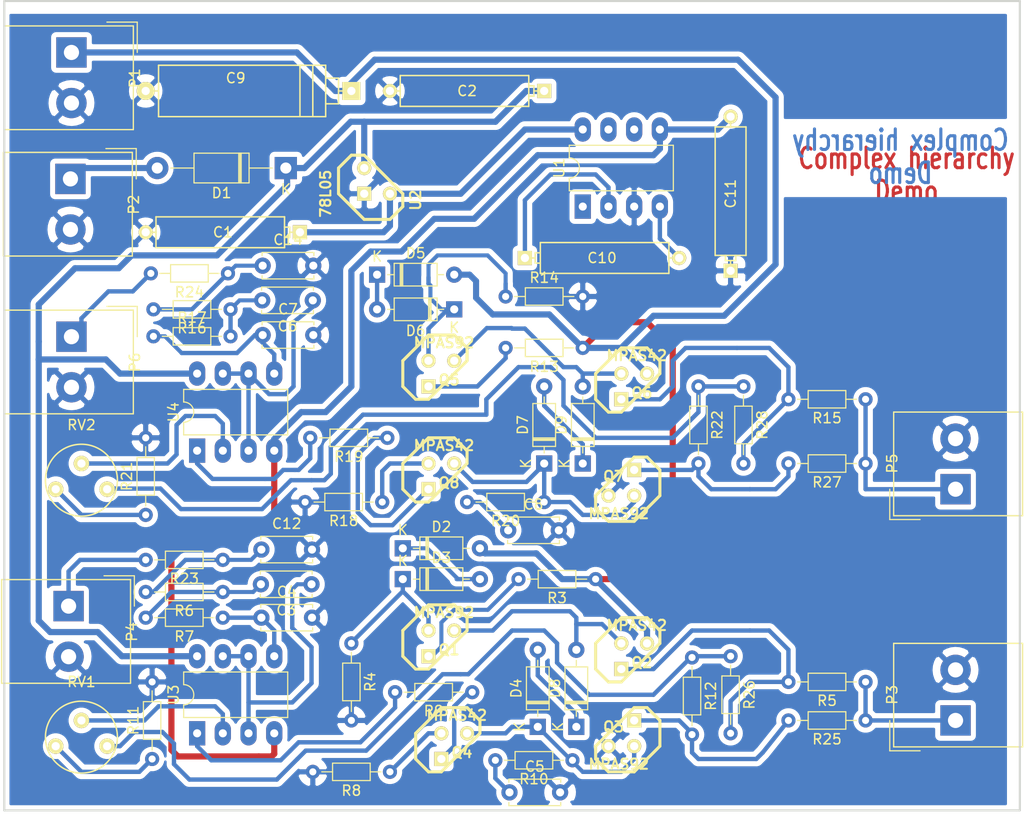
<source format=kicad_pcb>
(kicad_pcb (version 20190331) (host pcbnew "(5.1.0-169-g1fa407f89)")
  (title_block (title "Actionneur_piezo") (company "Kicad devs") (comment 1 "Demo"))
  (layers (0 "top_copper" power) (31 "bottom_copper" signal) (34 "B.Paste" user) (35 "F.Paste" user) (36 "B.SilkS" user) (37 "F.SilkS" user) (38 "B.Mask" user) (39 "F.Mask" user) (44 "Edge.Cuts" user))
  (net 0 "")
  (net 1 "-VAA")
  (net 2 "/12Vext")
  (net 3 "/ampli_ht_horizontal/PIEZO_IN")
  (net 4 "/ampli_ht_horizontal/PIEZO_OUT")
  (net 5 "/ampli_ht_horizontal/S_OUT+")
  (net 6 "/ampli_ht_horizontal/Vpil_0_3,3V")
  (net 7 "/ampli_ht_vertical/PIEZO_IN")
  (net 8 "/ampli_ht_vertical/PIEZO_OUT")
  (net 9 "/ampli_ht_vertical/S_OUT+")
  (net 10 "/ampli_ht_vertical/Vpil_0_3,3V")
  (net 11 "GND")
  (net 12 "HT")
  (net 13 "Net-(C10-Pad1)")
  (net 14 "Net-(C10-Pad2)")
  (net 15 "Net-(C12-Pad1)")
  (net 16 "Net-(C14-Pad1)")
  (net 17 "Net-(C3-Pad2)")
  (net 18 "Net-(C4-Pad1)")
  (net 19 "Net-(C5-Pad1)")
  (net 20 "Net-(C6-Pad2)")
  (net 21 "Net-(C7-Pad1)")
  (net 22 "Net-(C8-Pad1)")
  (net 23 "Net-(D4-Pad1)")
  (net 24 "Net-(D4-Pad2)")
  (net 25 "Net-(D7-Pad1)")
  (net 26 "Net-(D7-Pad2)")
  (net 27 "Net-(Q1-PadE)")
  (net 28 "Net-(Q2-PadE)")
  (net 29 "Net-(Q3-PadE)")
  (net 30 "Net-(Q4-PadB)")
  (net 31 "Net-(Q4-PadE)")
  (net 32 "Net-(Q5-PadE)")
  (net 33 "Net-(Q6-PadE)")
  (net 34 "Net-(Q7-PadE)")
  (net 35 "Net-(Q8-PadB)")
  (net 36 "Net-(Q8-PadE)")
  (net 37 "Net-(R11-Pad1)")
  (net 38 "Net-(R19-Pad2)")
  (net 39 "Net-(R21-Pad1)")
  (net 40 "Net-(R9-Pad2)")
  (net 41 "Net-(RV1-Pad2)")
  (net 42 "Net-(RV2-Pad2)")
  (net 43 "VCC")
  (net 44 "Net-(U1-Pad6)")
  (net 45 "Net-(U1-Pad7)")
  (net 46 "Net-(D2-Pad1)")
  (net 47 "Net-(D3-Pad1)")
  (net 48 "Net-(D5-Pad1)")
  (net 49 "Net-(D6-Pad1)")
  (net 50 "Net-(D8-Pad2)")
  (net 51 "Net-(D9-Pad2)")
  (net 52 "+12C")
  (module "TerminalBlock_Altech:Altech_AK300_1x02_P5.00mm_45-Degree" (layer "top_copper") (at 182.245 100.076 90)
    (fp_text reference "P5" (at 2.54 -6.26 90) (layer "F.SilkS"))
    (fp_text value "CONN_2")
    (pad "2" thru_hole circle (at 5 0 90) (size 3 3) (drill 1.5) (layers *.Cu *.Mask) (net 11 "GND"))
    (pad "1" thru_hole rect (at 0 0 90) (size 3 3) (drill 1.5) (layers *.Cu *.Mask) (net 4 "/ampli_ht_horizontal/PIEZO_OUT"))
  )
  (module "TerminalBlock_Altech:Altech_AK300_1x02_P5.00mm_45-Degree" (layer "top_copper") (at 94.9 85 270)
    (fp_text reference "P6" (at 2.54 -6.26 270) (layer "F.SilkS"))
    (fp_text value "CONN_2")
    (pad "2" thru_hole circle (at 5 0 270) (size 3 3) (drill 1.5) (layers *.Cu *.Mask) (net 11 "GND"))
    (pad "1" thru_hole rect (at 0 0 270) (size 3 3) (drill 1.5) (layers *.Cu *.Mask) (net 3 "/ampli_ht_horizontal/PIEZO_IN"))
  )
  (module "TerminalBlock_Altech:Altech_AK300_1x02_P5.00mm_45-Degree" (layer "top_copper") (at 182.245 122.936 90)
    (fp_text reference "P3" (at 2.54 -6.26 90) (layer "F.SilkS"))
    (fp_text value "CONN_2")
    (pad "2" thru_hole circle (at 5 0 90) (size 3 3) (drill 1.5) (layers *.Cu *.Mask) (net 11 "GND"))
    (pad "1" thru_hole rect (at 0 0 90) (size 3 3) (drill 1.5) (layers *.Cu *.Mask) (net 8 "/ampli_ht_vertical/PIEZO_OUT"))
  )
  (module "TerminalBlock_Altech:Altech_AK300_1x02_P5.00mm_45-Degree" (layer "top_copper") (at 94.615 111.633 270)
    (fp_text reference "P4" (at 2.54 -6.26 270) (layer "F.SilkS"))
    (fp_text value "CONN_2")
    (pad "2" thru_hole circle (at 5 0 270) (size 3 3) (drill 1.5) (layers *.Cu *.Mask) (net 11 "GND"))
    (pad "1" thru_hole rect (at 0 0 270) (size 3 3) (drill 1.5) (layers *.Cu *.Mask) (net 7 "/ampli_ht_vertical/PIEZO_IN"))
  )
  (module "TerminalBlock_Altech:Altech_AK300_1x02_P5.00mm_45-Degree" (layer "top_copper") (at 94.8 69.4 270)
    (fp_text reference "P2" (at 2.54 -6.26 270) (layer "F.SilkS"))
    (fp_text value "CONN_2")
    (pad "2" thru_hole circle (at 5 0 270) (size 3 3) (drill 1.5) (layers *.Cu *.Mask) (net 11 "GND"))
    (pad "1" thru_hole rect (at 0 0 270) (size 3 3) (drill 1.5) (layers *.Cu *.Mask) (net 2 "/12Vext"))
  )
  (module "TerminalBlock_Altech:Altech_AK300_1x02_P5.00mm_45-Degree" (layer "top_copper") (at 94.9 56.9 270)
    (fp_text reference "P1" (at 2.54 -6.26 270) (layer "F.SilkS"))
    (fp_text value "CONN_2")
    (pad "2" thru_hole circle (at 5 0 270) (size 3 3) (drill 1.5) (layers *.Cu *.Mask) (net 11 "GND"))
    (pad "1" thru_hole rect (at 0 0 270) (size 3 3) (drill 1.5) (layers *.Cu *.Mask) (net 12 "HT"))
  )
  (module "Diode_THT:D_DO-35_SOD27_P7.62mm_Horizontal" (layer "top_copper") (at 145.415 97.536 90)
    (fp_text reference "D9" (at 3.81 -2.12 90) (layer "F.SilkS"))
    (fp_text value "1N4148")
    (fp_text user "K" (at 0 -1.8 90) (layer "F.SilkS"))
    (pad "2" thru_hole oval (at 7.62 0 90) (size 1.6 1.6) (drill 0.8) (layers *.Cu *.Mask) (net 51 "Net-(D9-Pad2)"))
    (pad "1" thru_hole rect (at 0 0 90) (size 1.6 1.6) (drill 0.8) (layers *.Cu *.Mask) (net 26 "Net-(D7-Pad2)"))
  )
  (module "Diode_THT:D_DO-35_SOD27_P7.62mm_Horizontal" (layer "top_copper") (at 140.97 123.571 90)
    (fp_text reference "D4" (at 3.81 -2.12 90) (layer "F.SilkS"))
    (fp_text value "1N4148")
    (fp_text user "K" (at 0 -1.8 90) (layer "F.SilkS"))
    (pad "1" thru_hole rect (at 0 0 90) (size 1.6 1.6) (drill 0.8) (layers *.Cu *.Mask) (net 23 "Net-(D4-Pad1)"))
    (pad "2" thru_hole oval (at 7.62 0 90) (size 1.6 1.6) (drill 0.8) (layers *.Cu *.Mask) (net 24 "Net-(D4-Pad2)"))
  )
  (module "Diode_THT:D_DO-35_SOD27_P7.62mm_Horizontal" (layer "top_copper") (at 132.715 82.296 180)
    (fp_text reference "D6" (at 3.81 -2.12 180) (layer "F.SilkS"))
    (fp_text value "1N4148")
    (fp_text user "K" (at 0 -1.8 180) (layer "F.SilkS"))
    (pad "2" thru_hole oval (at 7.62 0 180) (size 1.6 1.6) (drill 0.8) (layers *.Cu *.Mask) (net 48 "Net-(D5-Pad1)"))
    (pad "1" thru_hole rect (at 0 0 180) (size 1.6 1.6) (drill 0.8) (layers *.Cu *.Mask) (net 49 "Net-(D6-Pad1)"))
  )
  (module "Diode_THT:D_DO-35_SOD27_P7.62mm_Horizontal" (layer "top_copper") (at 141.605 97.536 90)
    (fp_text reference "D7" (at 3.81 -2.12 90) (layer "F.SilkS"))
    (fp_text value "1N4148")
    (fp_text user "K" (at 0 -1.8 90) (layer "F.SilkS"))
    (pad "1" thru_hole rect (at 0 0 90) (size 1.6 1.6) (drill 0.8) (layers *.Cu *.Mask) (net 25 "Net-(D7-Pad1)"))
    (pad "2" thru_hole oval (at 7.62 0 90) (size 1.6 1.6) (drill 0.8) (layers *.Cu *.Mask) (net 26 "Net-(D7-Pad2)"))
  )
  (module "Diode_THT:D_DO-35_SOD27_P7.62mm_Horizontal" (layer "top_copper") (at 127.635 108.966)
    (fp_text reference "D3" (at 3.81 -2.12) (layer "F.SilkS"))
    (fp_text value "1N4148")
    (fp_text user "K" (at 0 -1.8) (layer "F.SilkS"))
    (pad "2" thru_hole oval (at 7.62 0) (size 1.6 1.6) (drill 0.8) (layers *.Cu *.Mask) (net 46 "Net-(D2-Pad1)"))
    (pad "1" thru_hole rect (at 0 0) (size 1.6 1.6) (drill 0.8) (layers *.Cu *.Mask) (net 47 "Net-(D3-Pad1)"))
  )
  (module "Diode_THT:D_DO-35_SOD27_P7.62mm_Horizontal" (layer "top_copper") (at 127.635 105.918)
    (fp_text reference "D2" (at 3.81 -2.12) (layer "F.SilkS"))
    (fp_text value "1N4148")
    (fp_text user "K" (at 0 -1.8) (layer "F.SilkS"))
    (pad "1" thru_hole rect (at 0 0) (size 1.6 1.6) (drill 0.8) (layers *.Cu *.Mask) (net 46 "Net-(D2-Pad1)"))
    (pad "2" thru_hole oval (at 7.62 0) (size 1.6 1.6) (drill 0.8) (layers *.Cu *.Mask) (net 12 "HT"))
  )
  (module "Diode_THT:D_DO-35_SOD27_P7.62mm_Horizontal" (layer "top_copper") (at 144.78 123.571 90)
    (fp_text reference "D8" (at 3.81 -2.12 90) (layer "F.SilkS"))
    (fp_text value "1N4148")
    (fp_text user "K" (at 0 -1.8 90) (layer "F.SilkS"))
    (pad "2" thru_hole oval (at 7.62 0 90) (size 1.6 1.6) (drill 0.8) (layers *.Cu *.Mask) (net 50 "Net-(D8-Pad2)"))
    (pad "1" thru_hole rect (at 0 0 90) (size 1.6 1.6) (drill 0.8) (layers *.Cu *.Mask) (net 24 "Net-(D4-Pad2)"))
  )
  (module "Diode_THT:D_DO-35_SOD27_P7.62mm_Horizontal" (layer "top_copper") (at 125.095 78.867)
    (fp_text reference "D5" (at 3.81 -2.12) (layer "F.SilkS"))
    (fp_text value "1N4148")
    (fp_text user "K" (at 0 -1.8) (layer "F.SilkS"))
    (pad "1" thru_hole rect (at 0 0) (size 1.6 1.6) (drill 0.8) (layers *.Cu *.Mask) (net 48 "Net-(D5-Pad1)"))
    (pad "2" thru_hole oval (at 7.62 0) (size 1.6 1.6) (drill 0.8) (layers *.Cu *.Mask) (net 12 "HT"))
  )
  (module "Diode_THT:D_DO-41_SOD81_P12.70mm_Horizontal" (layer "top_copper") (at 116.078 68.326 180)
    (fp_text reference "D1" (at 6.35 -2.47 180) (layer "F.SilkS"))
    (fp_text value "1N4007")
    (fp_text user "K" (at 0 -2.1 180) (layer "F.SilkS"))
    (pad "1" thru_hole rect (at 0 0 180) (size 2.2 2.2) (drill 1.1) (layers *.Cu *.Mask) (net 52 "+12C"))
    (pad "2" thru_hole oval (at 12.7 0 180) (size 2.2 2.2) (drill 1.1) (layers *.Cu *.Mask) (net 2 "/12Vext"))
  )
  (module "Capacitor_THT:C_Disc_D5.0mm_W2.5mm_P5.00mm" (layer "top_copper") (at 118.618 109.474 180)
    (fp_text reference "C3" (at 2.5 -2.56 180) (layer "F.SilkS"))
    (fp_text value "15nF")
    (pad "2" thru_hole circle (at 5 0 180) (size 1.6 1.6) (drill 0.8) (layers *.Cu *.Mask) (net 17 "Net-(C3-Pad2)"))
    (pad "1" thru_hole circle (at 0 0 180) (size 1.6 1.6) (drill 0.8) (layers *.Cu *.Mask) (net 10 "/ampli_ht_vertical/Vpil_0_3,3V"))
  )
  (module "Capacitor_THT:C_Disc_D5.0mm_W2.5mm_P5.00mm" (layer "top_copper") (at 113.665 112.776)
    (fp_text reference "C4" (at 2.5 -2.56) (layer "F.SilkS"))
    (fp_text value "4.7nF")
    (pad "1" thru_hole circle (at 0 0) (size 1.6 1.6) (drill 0.8) (layers *.Cu *.Mask) (net 18 "Net-(C4-Pad1)"))
    (pad "2" thru_hole circle (at 5 0) (size 1.6 1.6) (drill 0.8) (layers *.Cu *.Mask) (net 11 "GND"))
  )
  (module "Capacitor_THT:C_Disc_D5.0mm_W2.5mm_P5.00mm" (layer "top_copper") (at 113.792 77.978)
    (fp_text reference "C14" (at 2.5 -2.56) (layer "F.SilkS"))
    (fp_text value "150nF")
    (pad "2" thru_hole circle (at 5 0) (size 1.6 1.6) (drill 0.8) (layers *.Cu *.Mask) (net 11 "GND"))
    (pad "1" thru_hole circle (at 0 0) (size 1.6 1.6) (drill 0.8) (layers *.Cu *.Mask) (net 16 "Net-(C14-Pad1)"))
  )
  (module "Capacitor_THT:C_Disc_D5.0mm_W2.5mm_P5.00mm" (layer "top_copper") (at 113.665 106.045)
    (fp_text reference "C12" (at 2.5 -2.56) (layer "F.SilkS"))
    (fp_text value "150nF")
    (pad "1" thru_hole circle (at 0 0) (size 1.6 1.6) (drill 0.8) (layers *.Cu *.Mask) (net 15 "Net-(C12-Pad1)"))
    (pad "2" thru_hole circle (at 5 0) (size 1.6 1.6) (drill 0.8) (layers *.Cu *.Mask) (net 11 "GND"))
  )
  (module "Capacitor_THT:C_Disc_D5.0mm_W2.5mm_P5.00mm" (layer "top_copper") (at 138.176 130.048)
    (fp_text reference "C5" (at 2.5 -2.56) (layer "F.SilkS"))
    (fp_text value "820pF")
    (pad "2" thru_hole circle (at 5 0) (size 1.6 1.6) (drill 0.8) (layers *.Cu *.Mask) (net 11 "GND"))
    (pad "1" thru_hole circle (at 0 0) (size 1.6 1.6) (drill 0.8) (layers *.Cu *.Mask) (net 19 "Net-(C5-Pad1)"))
  )
  (module "Capacitor_THT:C_Disc_D5.0mm_W2.5mm_P5.00mm" (layer "top_copper") (at 118.745 81.407 180)
    (fp_text reference "C6" (at 2.5 -2.56 180) (layer "F.SilkS"))
    (fp_text value "15nF")
    (pad "1" thru_hole circle (at 0 0 180) (size 1.6 1.6) (drill 0.8) (layers *.Cu *.Mask) (net 6 "/ampli_ht_horizontal/Vpil_0_3,3V"))
    (pad "2" thru_hole circle (at 5 0 180) (size 1.6 1.6) (drill 0.8) (layers *.Cu *.Mask) (net 20 "Net-(C6-Pad2)"))
  )
  (module "Capacitor_THT:C_Disc_D5.0mm_W2.5mm_P5.00mm" (layer "top_copper") (at 113.792 84.836)
    (fp_text reference "C7" (at 2.5 -2.56) (layer "F.SilkS"))
    (fp_text value "4.7nF")
    (pad "2" thru_hole circle (at 5 0) (size 1.6 1.6) (drill 0.8) (layers *.Cu *.Mask) (net 11 "GND"))
    (pad "1" thru_hole circle (at 0 0) (size 1.6 1.6) (drill 0.8) (layers *.Cu *.Mask) (net 21 "Net-(C7-Pad1)"))
  )
  (module "Capacitor_THT:C_Disc_D5.0mm_W2.5mm_P5.00mm" (layer "top_copper") (at 138.049 104.14)
    (fp_text reference "C8" (at 2.5 -2.56) (layer "F.SilkS"))
    (fp_text value "820pF")
    (pad "1" thru_hole circle (at 0 0) (size 1.6 1.6) (drill 0.8) (layers *.Cu *.Mask) (net 22 "Net-(C8-Pad1)"))
    (pad "2" thru_hole circle (at 5 0) (size 1.6 1.6) (drill 0.8) (layers *.Cu *.Mask) (net 11 "GND"))
  )
  (module "Package_DIP:DIP-8_W7.62mm_LongPads" (layer "top_copper") (at 107.315 124.206 90)
    (fp_text reference "U3" (at 3.81 -2.33 90) (layer "F.SilkS"))
    (fp_text value "LM358N")
    (pad "1" thru_hole rect (at 0 0 90) (size 2.4 1.6) (drill 0.8) (layers *.Cu *.Mask) (net 40 "Net-(R9-Pad2)"))
    (pad "5" thru_hole oval (at 7.62 7.62 90) (size 2.4 1.6) (drill 0.8) (layers *.Cu *.Mask) (net 18 "Net-(C4-Pad1)"))
    (pad "2" thru_hole oval (at 0 2.54 90) (size 2.4 1.6) (drill 0.8) (layers *.Cu *.Mask) (net 41 "Net-(RV1-Pad2)"))
    (pad "6" thru_hole oval (at 7.62 5.08 90) (size 2.4 1.6) (drill 0.8) (layers *.Cu *.Mask) (net 10 "/ampli_ht_vertical/Vpil_0_3,3V"))
    (pad "3" thru_hole oval (at 0 5.08 90) (size 2.4 1.6) (drill 0.8) (layers *.Cu *.Mask) (net 10 "/ampli_ht_vertical/Vpil_0_3,3V"))
    (pad "7" thru_hole oval (at 7.62 2.54 90) (size 2.4 1.6) (drill 0.8) (layers *.Cu *.Mask) (net 10 "/ampli_ht_vertical/Vpil_0_3,3V"))
    (pad "4" thru_hole oval (at 0 7.62 90) (size 2.4 1.6) (drill 0.8) (layers *.Cu *.Mask) (net 1 "-VAA"))
    (pad "8" thru_hole oval (at 7.62 0 90) (size 2.4 1.6) (drill 0.8) (layers *.Cu *.Mask) (net 52 "+12C"))
  )
  (module "Package_DIP:DIP-8_W7.62mm_LongPads" (layer "top_copper") (at 145.415 72.136 90)
    (fp_text reference "U1" (at 3.81 -2.33 90) (layer "F.SilkS"))
    (fp_text value "ICL7660")
    (pad "8" thru_hole oval (at 7.62 0 90) (size 2.4 1.6) (drill 0.8) (layers *.Cu *.Mask) (net 43 "VCC"))
    (pad "4" thru_hole oval (at 0 7.62 90) (size 2.4 1.6) (drill 0.8) (layers *.Cu *.Mask) (net 14 "Net-(C10-Pad2)"))
    (pad "7" thru_hole oval (at 7.62 2.54 90) (size 2.4 1.6) (drill 0.8) (layers *.Cu *.Mask) (net 45 "Net-(U1-Pad7)"))
    (pad "3" thru_hole oval (at 0 5.08 90) (size 2.4 1.6) (drill 0.8) (layers *.Cu *.Mask) (net 11 "GND"))
    (pad "6" thru_hole oval (at 7.62 5.08 90) (size 2.4 1.6) (drill 0.8) (layers *.Cu *.Mask) (net 44 "Net-(U1-Pad6)"))
    (pad "2" thru_hole oval (at 0 2.54 90) (size 2.4 1.6) (drill 0.8) (layers *.Cu *.Mask) (net 13 "Net-(C10-Pad1)"))
    (pad "5" thru_hole oval (at 7.62 7.62 90) (size 2.4 1.6) (drill 0.8) (layers *.Cu *.Mask) (net 1 "-VAA"))
    (pad "1" thru_hole rect (at 0 0 90) (size 2.4 1.6) (drill 0.8) (layers *.Cu *.Mask))
  )
  (module "Package_DIP:DIP-8_W7.62mm_LongPads" (layer "top_copper") (at 107.315 96.266 90)
    (fp_text reference "U4" (at 3.81 -2.33 90) (layer "F.SilkS"))
    (fp_text value "LM358N")
    (pad "1" thru_hole rect (at 0 0 90) (size 2.4 1.6) (drill 0.8) (layers *.Cu *.Mask) (net 38 "Net-(R19-Pad2)"))
    (pad "5" thru_hole oval (at 7.62 7.62 90) (size 2.4 1.6) (drill 0.8) (layers *.Cu *.Mask) (net 21 "Net-(C7-Pad1)"))
    (pad "2" thru_hole oval (at 0 2.54 90) (size 2.4 1.6) (drill 0.8) (layers *.Cu *.Mask) (net 42 "Net-(RV2-Pad2)"))
    (pad "6" thru_hole oval (at 7.62 5.08 90) (size 2.4 1.6) (drill 0.8) (layers *.Cu *.Mask) (net 6 "/ampli_ht_horizontal/Vpil_0_3,3V"))
    (pad "3" thru_hole oval (at 0 5.08 90) (size 2.4 1.6) (drill 0.8) (layers *.Cu *.Mask) (net 6 "/ampli_ht_horizontal/Vpil_0_3,3V"))
    (pad "7" thru_hole oval (at 7.62 2.54 90) (size 2.4 1.6) (drill 0.8) (layers *.Cu *.Mask) (net 6 "/ampli_ht_horizontal/Vpil_0_3,3V"))
    (pad "4" thru_hole oval (at 0 7.62 90) (size 2.4 1.6) (drill 0.8) (layers *.Cu *.Mask) (net 1 "-VAA"))
    (pad "8" thru_hole oval (at 7.62 0 90) (size 2.4 1.6) (drill 0.8) (layers *.Cu *.Mask) (net 52 "+12C"))
  )
  (module "Resistor_THT:R_Axial_DIN0204_L3.6mm_D1.6mm_P7.62mm_Horizontal" (layer "top_copper") (at 141.605 101.346 180)
    (fp_text reference "R20" (at 3.81 -1.86 180) (layer "F.SilkS"))
    (fp_text value "5,6K")
    (pad "2" thru_hole oval (at 7.62 0 180) (size 1.4 1.4) (drill 0.7) (layers *.Cu *.Mask) (net 22 "Net-(C8-Pad1)"))
    (pad "1" thru_hole circle (at 0 0 180) (size 1.4 1.4) (drill 0.7) (layers *.Cu *.Mask) (net 25 "Net-(D7-Pad1)"))
  )
  (module "Resistor_THT:R_Axial_DIN0204_L3.6mm_D1.6mm_P7.62mm_Horizontal" (layer "top_copper") (at 156.845 89.916 270)
    (fp_text reference "R22" (at 3.81 -1.86 270) (layer "F.SilkS"))
    (fp_text value "220K")
    (pad "1" thru_hole circle (at 0 0 270) (size 1.4 1.4) (drill 0.7) (layers *.Cu *.Mask) (net 5 "/ampli_ht_horizontal/S_OUT+"))
    (pad "2" thru_hole oval (at 7.62 0 270) (size 1.4 1.4) (drill 0.7) (layers *.Cu *.Mask) (net 34 "Net-(Q7-PadE)"))
  )
  (module "Resistor_THT:R_Axial_DIN0204_L3.6mm_D1.6mm_P7.62mm_Horizontal" (layer "top_copper") (at 109.855 107.061 180)
    (fp_text reference "R23" (at 3.81 -1.86 180) (layer "F.SilkS"))
    (fp_text value "1K")
    (pad "2" thru_hole oval (at 7.62 0 180) (size 1.4 1.4) (drill 0.7) (layers *.Cu *.Mask) (net 7 "/ampli_ht_vertical/PIEZO_IN"))
    (pad "1" thru_hole circle (at 0 0 180) (size 1.4 1.4) (drill 0.7) (layers *.Cu *.Mask) (net 15 "Net-(C12-Pad1)"))
  )
  (module "Resistor_THT:R_Axial_DIN0204_L3.6mm_D1.6mm_P7.62mm_Horizontal" (layer "top_copper") (at 110.363 78.74 180)
    (fp_text reference "R24" (at 3.81 -1.86 180) (layer "F.SilkS"))
    (fp_text value "1K")
    (pad "1" thru_hole circle (at 0 0 180) (size 1.4 1.4) (drill 0.7) (layers *.Cu *.Mask) (net 16 "Net-(C14-Pad1)"))
    (pad "2" thru_hole oval (at 7.62 0 180) (size 1.4 1.4) (drill 0.7) (layers *.Cu *.Mask) (net 3 "/ampli_ht_horizontal/PIEZO_IN"))
  )
  (module "Resistor_THT:R_Axial_DIN0204_L3.6mm_D1.6mm_P7.62mm_Horizontal" (layer "top_copper") (at 173.355 122.936 180)
    (fp_text reference "R25" (at 3.81 -1.86 180) (layer "F.SilkS"))
    (fp_text value "47")
    (pad "2" thru_hole oval (at 7.62 0 180) (size 1.4 1.4) (drill 0.7) (layers *.Cu *.Mask) (net 29 "Net-(Q3-PadE)"))
    (pad "1" thru_hole circle (at 0 0 180) (size 1.4 1.4) (drill 0.7) (layers *.Cu *.Mask) (net 8 "/ampli_ht_vertical/PIEZO_OUT"))
  )
  (module "Resistor_THT:R_Axial_DIN0204_L3.6mm_D1.6mm_P7.62mm_Horizontal" (layer "top_copper") (at 160.02 116.586 270)
    (fp_text reference "R26" (at 3.81 -1.86 270) (layer "F.SilkS"))
    (fp_text value "220K")
    (pad "1" thru_hole circle (at 0 0 270) (size 1.4 1.4) (drill 0.7) (layers *.Cu *.Mask) (net 9 "/ampli_ht_vertical/S_OUT+"))
    (pad "2" thru_hole oval (at 7.62 0 270) (size 1.4 1.4) (drill 0.7) (layers *.Cu *.Mask) (net 28 "Net-(Q2-PadE)"))
  )
  (module "Resistor_THT:R_Axial_DIN0204_L3.6mm_D1.6mm_P7.62mm_Horizontal" (layer "top_copper") (at 173.355 97.536 180)
    (fp_text reference "R27" (at 3.81 -1.86 180) (layer "F.SilkS"))
    (fp_text value "47")
    (pad "2" thru_hole oval (at 7.62 0 180) (size 1.4 1.4) (drill 0.7) (layers *.Cu *.Mask) (net 34 "Net-(Q7-PadE)"))
    (pad "1" thru_hole circle (at 0 0 180) (size 1.4 1.4) (drill 0.7) (layers *.Cu *.Mask) (net 4 "/ampli_ht_horizontal/PIEZO_OUT"))
  )
  (module "Resistor_THT:R_Axial_DIN0204_L3.6mm_D1.6mm_P7.62mm_Horizontal" (layer "top_copper") (at 161.29 89.916 270)
    (fp_text reference "R28" (at 3.81 -1.86 270) (layer "F.SilkS"))
    (fp_text value "220K")
    (pad "1" thru_hole circle (at 0 0 270) (size 1.4 1.4) (drill 0.7) (layers *.Cu *.Mask) (net 5 "/ampli_ht_horizontal/S_OUT+"))
    (pad "2" thru_hole oval (at 7.62 0 270) (size 1.4 1.4) (drill 0.7) (layers *.Cu *.Mask) (net 33 "Net-(Q6-PadE)"))
  )
  (module "Resistor_THT:R_Axial_DIN0204_L3.6mm_D1.6mm_P7.62mm_Horizontal" (layer "top_copper") (at 173.355 119.126 180)
    (fp_text reference "R5" (at 3.81 -1.86 180) (layer "F.SilkS"))
    (fp_text value "47")
    (pad "2" thru_hole oval (at 7.62 0 180) (size 1.4 1.4) (drill 0.7) (layers *.Cu *.Mask) (net 28 "Net-(Q2-PadE)"))
    (pad "1" thru_hole circle (at 0 0 180) (size 1.4 1.4) (drill 0.7) (layers *.Cu *.Mask) (net 8 "/ampli_ht_vertical/PIEZO_OUT"))
  )
  (module "Resistor_THT:R_Axial_DIN0204_L3.6mm_D1.6mm_P7.62mm_Horizontal" (layer "top_copper") (at 122.555 115.316 270)
    (fp_text reference "R4" (at 3.81 -1.86 270) (layer "F.SilkS"))
    (fp_text value "220K")
    (pad "1" thru_hole circle (at 0 0 270) (size 1.4 1.4) (drill 0.7) (layers *.Cu *.Mask) (net 47 "Net-(D3-Pad1)"))
    (pad "2" thru_hole oval (at 7.62 0 270) (size 1.4 1.4) (drill 0.7) (layers *.Cu *.Mask) (net 11 "GND"))
  )
  (module "Resistor_THT:R_Axial_DIN0204_L3.6mm_D1.6mm_P7.62mm_Horizontal" (layer "top_copper") (at 146.685 108.966 180)
    (fp_text reference "R3" (at 3.81 -1.86 180) (layer "F.SilkS"))
    (fp_text value "470")
    (pad "2" thru_hole oval (at 7.62 0 180) (size 1.4 1.4) (drill 0.7) (layers *.Cu *.Mask) (net 27 "Net-(Q1-PadE)"))
    (pad "1" thru_hole circle (at 0 0 180) (size 1.4 1.4) (drill 0.7) (layers *.Cu *.Mask) (net 12 "HT"))
  )
  (module "Resistor_THT:R_Axial_DIN0204_L3.6mm_D1.6mm_P7.62mm_Horizontal" (layer "top_copper") (at 102.235 102.616 90)
    (fp_text reference "R21" (at 3.81 -1.86 90) (layer "F.SilkS"))
    (fp_text value "4,7K")
    (pad "1" thru_hole circle (at 0 0 90) (size 1.4 1.4) (drill 0.7) (layers *.Cu *.Mask) (net 39 "Net-(R21-Pad1)"))
    (pad "2" thru_hole oval (at 7.62 0 90) (size 1.4 1.4) (drill 0.7) (layers *.Cu *.Mask) (net 11 "GND"))
  )
  (module "Resistor_THT:R_Axial_DIN0204_L3.6mm_D1.6mm_P7.62mm_Horizontal" (layer "top_copper") (at 102.997 84.963)
    (fp_text reference "R17" (at 3.81 -1.86) (layer "F.SilkS"))
    (fp_text value "22K")
    (pad "2" thru_hole oval (at 7.62 0) (size 1.4 1.4) (drill 0.7) (layers *.Cu *.Mask) (net 20 "Net-(C6-Pad2)"))
    (pad "1" thru_hole circle (at 0 0) (size 1.4 1.4) (drill 0.7) (layers *.Cu *.Mask) (net 21 "Net-(C7-Pad1)"))
  )
  (module "Resistor_THT:R_Axial_DIN0204_L3.6mm_D1.6mm_P7.62mm_Horizontal" (layer "top_copper") (at 109.855 112.776 180)
    (fp_text reference "R7" (at 3.81 -1.86 180) (layer "F.SilkS"))
    (fp_text value "22K")
    (pad "1" thru_hole circle (at 0 0 180) (size 1.4 1.4) (drill 0.7) (layers *.Cu *.Mask) (net 18 "Net-(C4-Pad1)"))
    (pad "2" thru_hole oval (at 7.62 0 180) (size 1.4 1.4) (drill 0.7) (layers *.Cu *.Mask) (net 17 "Net-(C3-Pad2)"))
  )
  (module "Resistor_THT:R_Axial_DIN0204_L3.6mm_D1.6mm_P7.62mm_Horizontal" (layer "top_copper") (at 126.365 128.016 180)
    (fp_text reference "R8" (at 3.81 -1.86 180) (layer "F.SilkS"))
    (fp_text value "1K")
    (pad "2" thru_hole oval (at 7.62 0 180) (size 1.4 1.4) (drill 0.7) (layers *.Cu *.Mask) (net 11 "GND"))
    (pad "1" thru_hole circle (at 0 0 180) (size 1.4 1.4) (drill 0.7) (layers *.Cu *.Mask) (net 30 "Net-(Q4-PadB)"))
  )
  (module "Resistor_THT:R_Axial_DIN0204_L3.6mm_D1.6mm_P7.62mm_Horizontal" (layer "top_copper") (at 134.493 120.142 180)
    (fp_text reference "R9" (at 3.81 -1.86 180) (layer "F.SilkS"))
    (fp_text value "1K")
    (pad "1" thru_hole circle (at 0 0 180) (size 1.4 1.4) (drill 0.7) (layers *.Cu *.Mask) (net 31 "Net-(Q4-PadE)"))
    (pad "2" thru_hole oval (at 7.62 0 180) (size 1.4 1.4) (drill 0.7) (layers *.Cu *.Mask) (net 40 "Net-(R9-Pad2)"))
  )
  (module "Resistor_THT:R_Axial_DIN0204_L3.6mm_D1.6mm_P7.62mm_Horizontal" (layer "top_copper") (at 144.399 126.873 180)
    (fp_text reference "R10" (at 3.81 -1.86 180) (layer "F.SilkS"))
    (fp_text value "5,6K")
    (pad "2" thru_hole oval (at 7.62 0 180) (size 1.4 1.4) (drill 0.7) (layers *.Cu *.Mask) (net 19 "Net-(C5-Pad1)"))
    (pad "1" thru_hole circle (at 0 0 180) (size 1.4 1.4) (drill 0.7) (layers *.Cu *.Mask) (net 23 "Net-(D4-Pad1)"))
  )
  (module "Resistor_THT:R_Axial_DIN0204_L3.6mm_D1.6mm_P7.62mm_Horizontal" (layer "top_copper") (at 102.87 126.746 90)
    (fp_text reference "R11" (at 3.81 -1.86 90) (layer "F.SilkS"))
    (fp_text value "4,7K")
    (pad "1" thru_hole circle (at 0 0 90) (size 1.4 1.4) (drill 0.7) (layers *.Cu *.Mask) (net 37 "Net-(R11-Pad1)"))
    (pad "2" thru_hole oval (at 7.62 0 90) (size 1.4 1.4) (drill 0.7) (layers *.Cu *.Mask) (net 11 "GND"))
  )
  (module "Resistor_THT:R_Axial_DIN0204_L3.6mm_D1.6mm_P7.62mm_Horizontal" (layer "top_copper") (at 156.21 116.713 270)
    (fp_text reference "R12" (at 3.81 -1.86 270) (layer "F.SilkS"))
    (fp_text value "220K")
    (pad "2" thru_hole oval (at 7.62 0 270) (size 1.4 1.4) (drill 0.7) (layers *.Cu *.Mask) (net 29 "Net-(Q3-PadE)"))
    (pad "1" thru_hole circle (at 0 0 270) (size 1.4 1.4) (drill 0.7) (layers *.Cu *.Mask) (net 9 "/ampli_ht_vertical/S_OUT+"))
  )
  (module "Resistor_THT:R_Axial_DIN0204_L3.6mm_D1.6mm_P7.62mm_Horizontal" (layer "top_copper") (at 145.415 86.106 180)
    (fp_text reference "R13" (at 3.81 -1.86 180) (layer "F.SilkS"))
    (fp_text value "470")
    (pad "1" thru_hole circle (at 0 0 180) (size 1.4 1.4) (drill 0.7) (layers *.Cu *.Mask) (net 12 "HT"))
    (pad "2" thru_hole oval (at 7.62 0 180) (size 1.4 1.4) (drill 0.7) (layers *.Cu *.Mask) (net 32 "Net-(Q5-PadE)"))
  )
  (module "Resistor_THT:R_Axial_DIN0204_L3.6mm_D1.6mm_P7.62mm_Horizontal" (layer "top_copper") (at 137.795 81.026)
    (fp_text reference "R14" (at 3.81 -1.86) (layer "F.SilkS"))
    (fp_text value "220K")
    (pad "2" thru_hole oval (at 7.62 0) (size 1.4 1.4) (drill 0.7) (layers *.Cu *.Mask) (net 11 "GND"))
    (pad "1" thru_hole circle (at 0 0) (size 1.4 1.4) (drill 0.7) (layers *.Cu *.Mask) (net 49 "Net-(D6-Pad1)"))
  )
  (module "Resistor_THT:R_Axial_DIN0204_L3.6mm_D1.6mm_P7.62mm_Horizontal" (layer "top_copper") (at 173.355 91.186 180)
    (fp_text reference "R15" (at 3.81 -1.86 180) (layer "F.SilkS"))
    (fp_text value "47")
    (pad "1" thru_hole circle (at 0 0 180) (size 1.4 1.4) (drill 0.7) (layers *.Cu *.Mask) (net 4 "/ampli_ht_horizontal/PIEZO_OUT"))
    (pad "2" thru_hole oval (at 7.62 0 180) (size 1.4 1.4) (drill 0.7) (layers *.Cu *.Mask) (net 33 "Net-(Q6-PadE)"))
  )
  (module "Resistor_THT:R_Axial_DIN0204_L3.6mm_D1.6mm_P7.62mm_Horizontal" (layer "top_copper") (at 110.617 82.296 180)
    (fp_text reference "R16" (at 3.81 -1.86 180) (layer "F.SilkS"))
    (fp_text value "22K")
    (pad "2" thru_hole oval (at 7.62 0 180) (size 1.4 1.4) (drill 0.7) (layers *.Cu *.Mask) (net 16 "Net-(C14-Pad1)"))
    (pad "1" thru_hole circle (at 0 0 180) (size 1.4 1.4) (drill 0.7) (layers *.Cu *.Mask) (net 20 "Net-(C6-Pad2)"))
  )
  (module "Resistor_THT:R_Axial_DIN0204_L3.6mm_D1.6mm_P7.62mm_Horizontal" (layer "top_copper") (at 125.603 101.346 180)
    (fp_text reference "R18" (at 3.81 -1.86 180) (layer "F.SilkS"))
    (fp_text value "1K")
    (pad "1" thru_hole circle (at 0 0 180) (size 1.4 1.4) (drill 0.7) (layers *.Cu *.Mask) (net 35 "Net-(Q8-PadB)"))
    (pad "2" thru_hole oval (at 7.62 0 180) (size 1.4 1.4) (drill 0.7) (layers *.Cu *.Mask) (net 11 "GND"))
  )
  (module "Resistor_THT:R_Axial_DIN0204_L3.6mm_D1.6mm_P7.62mm_Horizontal" (layer "top_copper") (at 109.855 110.236 180)
    (fp_text reference "R6" (at 3.81 -1.86 180) (layer "F.SilkS"))
    (fp_text value "22K")
    (pad "2" thru_hole oval (at 7.62 0 180) (size 1.4 1.4) (drill 0.7) (layers *.Cu *.Mask) (net 15 "Net-(C12-Pad1)"))
    (pad "1" thru_hole circle (at 0 0 180) (size 1.4 1.4) (drill 0.7) (layers *.Cu *.Mask) (net 17 "Net-(C3-Pad2)"))
  )
  (module "Resistor_THT:R_Axial_DIN0204_L3.6mm_D1.6mm_P7.62mm_Horizontal" (layer "top_copper") (at 126.111 94.996 180)
    (fp_text reference "R19" (at 3.81 -1.86 180) (layer "F.SilkS"))
    (fp_text value "1K")
    (pad "1" thru_hole circle (at 0 0 180) (size 1.4 1.4) (drill 0.7) (layers *.Cu *.Mask) (net 36 "Net-(Q8-PadE)"))
    (pad "2" thru_hole oval (at 7.62 0 180) (size 1.4 1.4) (drill 0.7) (layers *.Cu *.Mask) (net 38 "Net-(R19-Pad2)"))
  )
  (module "Discret:CP6" (layer "top_copper") (at 109.855 74.676 180)
    (fp_text reference "C1" (at 0 0 180) (layer "F.SilkS"))
    (fp_text value "47uF")
    (pad "1" thru_hole rect (at -7.62 0 180) (size 1.397 1.397) (drill 0.8128) (layers *.Cu *.Mask "F.SilkS") (net 43 "VCC"))
    (pad "2" thru_hole circle (at 7.62 0 180) (size 1.397 1.397) (drill 0.8128) (layers *.Cu *.Mask "F.SilkS") (net 11 "GND"))
  )
  (module "Discret:CP6" (layer "top_copper") (at 133.985 60.706 180)
    (fp_text reference "C2" (at 0 0 180) (layer "F.SilkS"))
    (fp_text value "47uF/20V")
    (pad "1" thru_hole rect (at -7.62 0 180) (size 1.397 1.397) (drill 0.8128) (layers *.Cu *.Mask "F.SilkS") (net 52 "+12C"))
    (pad "2" thru_hole circle (at 7.62 0 180) (size 1.397 1.397) (drill 0.8128) (layers *.Cu *.Mask "F.SilkS") (net 11 "GND"))
  )
  (module "Discret:CP8" (layer "top_copper") (at 112.395 60.706 180)
    (fp_text reference "C9" (at 1.27 1.27 180) (layer "F.SilkS"))
    (fp_text value "47uF/63V")
    (pad "1" thru_hole rect (at -10.16 0 180) (size 1.778 1.778) (drill 0.8128) (layers *.Cu *.Mask "F.SilkS") (net 12 "HT"))
    (pad "2" thru_hole circle (at 10.16 0 180) (size 1.778 1.778) (drill 0.8128) (layers *.Cu *.Mask "F.SilkS") (net 11 "GND"))
  )
  (module "Discret:CP6" (layer "top_copper") (at 147.32 77.216)
    (fp_text reference "C10" (at 0 0) (layer "F.SilkS"))
    (fp_text value "10uF")
    (pad "1" thru_hole rect (at -7.62 0) (size 1.397 1.397) (drill 0.8128) (layers *.Cu *.Mask "F.SilkS") (net 13 "Net-(C10-Pad1)"))
    (pad "2" thru_hole circle (at 7.62 0) (size 1.397 1.397) (drill 0.8128) (layers *.Cu *.Mask "F.SilkS") (net 14 "Net-(C10-Pad2)"))
  )
  (module "Discret:CP6" (layer "top_copper") (at 160.02 70.866 90)
    (fp_text reference "C11" (at 0 0 90) (layer "F.SilkS"))
    (fp_text value "10uF")
    (pad "1" thru_hole rect (at -7.62 0 90) (size 1.397 1.397) (drill 0.8128) (layers *.Cu *.Mask "F.SilkS") (net 11 "GND"))
    (pad "2" thru_hole circle (at 7.62 0 90) (size 1.397 1.397) (drill 0.8128) (layers *.Cu *.Mask "F.SilkS") (net 1 "-VAA"))
  )
  (module "Discret:TO92-CBE" (layer "top_copper") (at 131.445 115.316)
    (fp_text reference "Q1" (at 0.762 0.635) (layer "F.SilkS") (effects (font (size 1.016 1.016) (thickness 0.2032))))
    (fp_text value "MPAS92" (at 0.254 -3.048) (layer "F.SilkS") (effects (font (size 1.016 1.016) (thickness 0.2032))))
    (pad "E" thru_hole rect (at -1.27 1.27) (size 1.397 1.397) (drill 0.8128) (layers *.Cu *.Mask "F.SilkS") (net 27 "Net-(Q1-PadE)"))
    (pad "B" thru_hole circle (at -1.27 -1.27) (size 1.397 1.397) (drill 0.8128) (layers *.Cu *.Mask "F.SilkS") (net 47 "Net-(D3-Pad1)"))
    (pad "C" thru_hole circle (at 1.27 -1.27) (size 1.397 1.397) (drill 0.8128) (layers *.Cu *.Mask "F.SilkS") (net 50 "Net-(D8-Pad2)"))
  )
  (module "Discret:TO92-CBE" (layer "top_copper") (at 150.495 116.586)
    (fp_text reference "Q2" (at 0.762 0.635) (layer "F.SilkS") (effects (font (size 1.016 1.016) (thickness 0.2032))))
    (fp_text value "MPAS42" (at 0.254 -3.048) (layer "F.SilkS") (effects (font (size 1.016 1.016) (thickness 0.2032))))
    (pad "E" thru_hole rect (at -1.27 1.27) (size 1.397 1.397) (drill 0.8128) (layers *.Cu *.Mask "F.SilkS") (net 28 "Net-(Q2-PadE)"))
    (pad "B" thru_hole circle (at -1.27 -1.27) (size 1.397 1.397) (drill 0.8128) (layers *.Cu *.Mask "F.SilkS") (net 50 "Net-(D8-Pad2)"))
    (pad "C" thru_hole circle (at 1.27 -1.27) (size 1.397 1.397) (drill 0.8128) (layers *.Cu *.Mask "F.SilkS") (net 12 "HT"))
  )
  (module "Discret:TO92-CBE" (layer "top_copper") (at 149.225 124.206 180)
    (fp_text reference "Q3" (at 0.762 0.635 180) (layer "F.SilkS") (effects (font (size 1.016 1.016) (thickness 0.2032))))
    (fp_text value "MPAS92" (at 0.254 -3.048 180) (layer "F.SilkS") (effects (font (size 1.016 1.016) (thickness 0.2032))))
    (pad "E" thru_hole rect (at -1.27 1.27 180) (size 1.397 1.397) (drill 0.8128) (layers *.Cu *.Mask "F.SilkS") (net 29 "Net-(Q3-PadE)"))
    (pad "B" thru_hole circle (at -1.27 -1.27 180) (size 1.397 1.397) (drill 0.8128) (layers *.Cu *.Mask "F.SilkS") (net 23 "Net-(D4-Pad1)"))
    (pad "C" thru_hole circle (at 1.27 -1.27 180) (size 1.397 1.397) (drill 0.8128) (layers *.Cu *.Mask "F.SilkS") (net 11 "GND"))
  )
  (module "Discret:TO92-CBE" (layer "top_copper") (at 132.715 125.476)
    (fp_text reference "Q4" (at 0.762 0.635) (layer "F.SilkS") (effects (font (size 1.016 1.016) (thickness 0.2032))))
    (fp_text value "MPAS42" (at 0.254 -3.048) (layer "F.SilkS") (effects (font (size 1.016 1.016) (thickness 0.2032))))
    (pad "E" thru_hole rect (at -1.27 1.27) (size 1.397 1.397) (drill 0.8128) (layers *.Cu *.Mask "F.SilkS") (net 31 "Net-(Q4-PadE)"))
    (pad "B" thru_hole circle (at -1.27 -1.27) (size 1.397 1.397) (drill 0.8128) (layers *.Cu *.Mask "F.SilkS") (net 30 "Net-(Q4-PadB)"))
    (pad "C" thru_hole circle (at 1.27 -1.27) (size 1.397 1.397) (drill 0.8128) (layers *.Cu *.Mask "F.SilkS") (net 23 "Net-(D4-Pad1)"))
  )
  (module "Discret:TO92-CBE" (layer "top_copper") (at 131.445 88.646)
    (fp_text reference "Q5" (at 0.762 0.635) (layer "F.SilkS") (effects (font (size 1.016 1.016) (thickness 0.2032))))
    (fp_text value "MPAS92" (at 0.254 -3.048) (layer "F.SilkS") (effects (font (size 1.016 1.016) (thickness 0.2032))))
    (pad "E" thru_hole rect (at -1.27 1.27) (size 1.397 1.397) (drill 0.8128) (layers *.Cu *.Mask "F.SilkS") (net 32 "Net-(Q5-PadE)"))
    (pad "B" thru_hole circle (at -1.27 -1.27) (size 1.397 1.397) (drill 0.8128) (layers *.Cu *.Mask "F.SilkS") (net 49 "Net-(D6-Pad1)"))
    (pad "C" thru_hole circle (at 1.27 -1.27) (size 1.397 1.397) (drill 0.8128) (layers *.Cu *.Mask "F.SilkS") (net 51 "Net-(D9-Pad2)"))
  )
  (module "Discret:TO92-CBE" (layer "top_copper") (at 150.495 89.916)
    (fp_text reference "Q6" (at 0.762 0.635) (layer "F.SilkS") (effects (font (size 1.016 1.016) (thickness 0.2032))))
    (fp_text value "MPAS42" (at 0.254 -3.048) (layer "F.SilkS") (effects (font (size 1.016 1.016) (thickness 0.2032))))
    (pad "E" thru_hole rect (at -1.27 1.27) (size 1.397 1.397) (drill 0.8128) (layers *.Cu *.Mask "F.SilkS") (net 33 "Net-(Q6-PadE)"))
    (pad "B" thru_hole circle (at -1.27 -1.27) (size 1.397 1.397) (drill 0.8128) (layers *.Cu *.Mask "F.SilkS") (net 51 "Net-(D9-Pad2)"))
    (pad "C" thru_hole circle (at 1.27 -1.27) (size 1.397 1.397) (drill 0.8128) (layers *.Cu *.Mask "F.SilkS") (net 12 "HT"))
  )
  (module "Discret:TO92-CBE" (layer "top_copper") (at 149.225 99.441 180)
    (fp_text reference "Q7" (at 0.762 0.635 180) (layer "F.SilkS") (effects (font (size 1.016 1.016) (thickness 0.2032))))
    (fp_text value "MPAS92" (at 0.254 -3.048 180) (layer "F.SilkS") (effects (font (size 1.016 1.016) (thickness 0.2032))))
    (pad "E" thru_hole rect (at -1.27 1.27 180) (size 1.397 1.397) (drill 0.8128) (layers *.Cu *.Mask "F.SilkS") (net 34 "Net-(Q7-PadE)"))
    (pad "B" thru_hole circle (at -1.27 -1.27 180) (size 1.397 1.397) (drill 0.8128) (layers *.Cu *.Mask "F.SilkS") (net 25 "Net-(D7-Pad1)"))
    (pad "C" thru_hole circle (at 1.27 -1.27 180) (size 1.397 1.397) (drill 0.8128) (layers *.Cu *.Mask "F.SilkS") (net 11 "GND"))
  )
  (module "Discret:TO92-CBE" (layer "top_copper") (at 131.445 98.806)
    (fp_text reference "Q8" (at 0.762 0.635) (layer "F.SilkS") (effects (font (size 1.016 1.016) (thickness 0.2032))))
    (fp_text value "MPAS42" (at 0.254 -3.048) (layer "F.SilkS") (effects (font (size 1.016 1.016) (thickness 0.2032))))
    (pad "E" thru_hole rect (at -1.27 1.27) (size 1.397 1.397) (drill 0.8128) (layers *.Cu *.Mask "F.SilkS") (net 36 "Net-(Q8-PadE)"))
    (pad "B" thru_hole circle (at -1.27 -1.27) (size 1.397 1.397) (drill 0.8128) (layers *.Cu *.Mask "F.SilkS") (net 35 "Net-(Q8-PadB)"))
    (pad "C" thru_hole circle (at 1.27 -1.27) (size 1.397 1.397) (drill 0.8128) (layers *.Cu *.Mask "F.SilkS") (net 25 "Net-(D7-Pad1)"))
  )
  (module "Discret:RV2" (layer "top_copper") (at 95.885 124.206)
    (fp_text reference "RV1" (at 0 -5.08) (layer "F.SilkS"))
    (fp_text value "4,7K")
    (pad "1" thru_hole circle (at -2.54 1.27) (size 1.524 1.524) (drill 0.8128) (layers *.Cu *.Mask "F.SilkS") (net 37 "Net-(R11-Pad1)"))
    (pad "2" thru_hole circle (at 0 -1.27) (size 1.524 1.524) (drill 0.8128) (layers *.Cu *.Mask "F.SilkS") (net 41 "Net-(RV1-Pad2)"))
    (pad "3" thru_hole circle (at 2.54 1.27) (size 1.524 1.524) (drill 0.8128) (layers *.Cu *.Mask "F.SilkS") (net 9 "/ampli_ht_vertical/S_OUT+"))
  )
  (module "Discret:RV2" (layer "top_copper") (at 95.885 98.806)
    (fp_text reference "RV2" (at 0 -5.08) (layer "F.SilkS"))
    (fp_text value "4,7K")
    (pad "1" thru_hole circle (at -2.54 1.27) (size 1.524 1.524) (drill 0.8128) (layers *.Cu *.Mask "F.SilkS") (net 39 "Net-(R21-Pad1)"))
    (pad "2" thru_hole circle (at 0 -1.27) (size 1.524 1.524) (drill 0.8128) (layers *.Cu *.Mask "F.SilkS") (net 42 "Net-(RV2-Pad2)"))
    (pad "3" thru_hole circle (at 2.54 1.27) (size 1.524 1.524) (drill 0.8128) (layers *.Cu *.Mask "F.SilkS") (net 5 "/ampli_ht_horizontal/S_OUT+"))
  )
  (module "Discret:LM78LXX" (layer "top_copper") (at 125.095 69.596 90)
    (fp_text reference "U2" (at -1.905 3.81 90) (layer "F.SilkS") (effects (font (size 1.016 1.016) (thickness 0.2032))))
    (fp_text value "78L05" (at -1.27 -5.08 90) (layer "F.SilkS") (effects (font (size 1.016 1.016) (thickness 0.2032))))
    (pad "VI" thru_hole circle (at 1.27 -1.27 90) (size 1.397 1.397) (drill 0.8128) (layers *.Cu *.Mask "F.SilkS") (net 52 "+12C"))
    (pad "GND" thru_hole rect (at -1.27 -1.27 90) (size 1.397 1.397) (drill 0.8128) (layers *.Cu *.Mask "F.SilkS") (net 11 "GND"))
    (pad "VO" thru_hole circle (at -1.27 1.27 90) (size 1.397 1.397) (drill 0.8128) (layers *.Cu *.Mask "F.SilkS") (net 43 "VCC"))
  )
  (gr_text "Complex hierarchy\nDemo" (at 177.4 69) (layer "top_copper") (effects (font (size 2.032 1.524) (thickness 0.3048))))
  (gr_text "Complex hierarchy\nDemo" (at 176.8 67.2) (layer "bottom_copper") (effects (font (size 2.032 1.524) (thickness 0.3048)) (justify mirror)))
  (gr_line (start 88.265 131.826) (end 88.265 51.816) (angle 90) (layer "Edge.Cuts") (width 0.2032))
  (gr_line (start 188.595 131.826) (end 88.265 131.826) (angle 90) (layer "Edge.Cuts") (width 0.2032))
  (gr_line (start 188.595 51.816) (end 188.595 131.826) (angle 90) (layer "Edge.Cuts") (width 0.2032))
  (gr_line (start 88.265 51.816) (end 188.595 51.816) (angle 90) (layer "Edge.Cuts") (width 0.2032))
  (segment (start 134.6835 73.3425) (end 130.7465 73.3425) (width 0.6) (layer "bottom_copper") (net 1))
  (segment (start 130.7465 73.3425) (end 127.508 76.581) (width 0.6) (layer "bottom_copper") (net 1))
  (segment (start 127.508 76.581) (end 124.46 76.581) (width 0.6) (layer "bottom_copper") (net 1))
  (segment (start 124.46 76.581) (end 122.555 78.486) (width 0.6) (layer "bottom_copper") (net 1))
  (segment (start 104.775 106.807) (end 104.775 109.601) (width 0.6096) (layer "top_copper") (net 1))
  (segment (start 107.061 104.521) (end 104.775 106.807) (width 0.6096) (layer "top_copper") (net 1))
  (segment (start 112.776 104.521) (end 107.061 104.521) (width 0.6096) (layer "top_copper") (net 1))
  (segment (start 114.935 102.362) (end 112.776 104.521) (width 0.6096) (layer "top_copper") (net 1))
  (segment (start 114.935 96.266) (end 114.935 102.108) (width 0.6096) (layer "top_copper") (net 1))
  (segment (start 104.775 109.601) (end 104.775 125.857) (width 0.6096) (layer "top_copper") (net 1))
  (segment (start 114.935 102.108) (end 114.935 102.362) (width 0.6096) (layer "top_copper") (net 1))
  (segment (start 113.411 126.492) (end 105.41 126.492) (width 0.6096) (layer "top_copper") (net 1))
  (segment (start 105.41 126.492) (end 104.775 125.857) (width 0.6096) (layer "top_copper") (net 1))
  (segment (start 114.681 126.492) (end 114.935 126.238) (width 0.6096) (layer "top_copper") (net 1))
  (segment (start 114.935 126.238) (end 114.935 124.206) (width 0.6096) (layer "top_copper") (net 1))
  (segment (start 113.411 126.492) (end 114.681 126.492) (width 0.6096) (layer "top_copper") (net 1))
  (segment (start 158.75 64.516) (end 160.02 63.246) (width 0.6096) (layer "bottom_copper") (net 1))
  (segment (start 153.035 64.516) (end 158.75 64.516) (width 0.6096) (layer "bottom_copper") (net 1))
  (segment (start 134.6835 73.3425) (end 140.97 67.056) (width 0.6096) (layer "bottom_copper") (net 1))
  (segment (start 140.97 67.056) (end 152.4 67.056) (width 0.6096) (layer "bottom_copper") (net 1))
  (segment (start 152.4 67.056) (end 153.035 66.421) (width 0.6096) (layer "bottom_copper") (net 1))
  (segment (start 153.035 66.421) (end 153.035 64.516) (width 0.6096) (layer "bottom_copper") (net 1))
  (segment (start 122.555 89.916) (end 122.555 78.486) (width 0.6096) (layer "bottom_copper") (net 1))
  (segment (start 114.935 96.266) (end 114.935 95.123) (width 0.6096) (layer "bottom_copper") (net 1))
  (segment (start 114.935 95.123) (end 117.602 92.456) (width 0.6096) (layer "bottom_copper") (net 1))
  (segment (start 117.602 92.456) (end 120.015 92.456) (width 0.6096) (layer "bottom_copper") (net 1))
  (segment (start 120.015 92.456) (end 122.555 89.916) (width 0.6096) (layer "bottom_copper") (net 1))
  (segment (start 95.874 68.326) (end 94.8 69.4) (width 0.6) (layer "bottom_copper") (net 2))
  (segment (start 103.378 68.326) (end 95.874 68.326) (width 0.6) (layer "bottom_copper") (net 2))
  (segment (start 95.885 84.836) (end 95.885 83.185) (width 0.4318) (layer "bottom_copper") (net 3))
  (segment (start 98.552 80.518) (end 100.965 80.518) (width 0.4318) (layer "bottom_copper") (net 3))
  (segment (start 95.885 83.185) (end 98.552 80.518) (width 0.4318) (layer "bottom_copper") (net 3))
  (segment (start 100.965 80.518) (end 102.743 78.74) (width 0.4318) (layer "bottom_copper") (net 3))
  (segment (start 173.355 97.536) (end 173.355 91.186) (width 0.4318) (layer "bottom_copper") (net 4))
  (segment (start 173.355 100.076) (end 182.245 100.076) (width 0.4318) (layer "bottom_copper") (net 4))
  (segment (start 173.355 97.536) (end 173.355 100.076) (width 0.4318) (layer "bottom_copper") (net 4))
  (segment (start 156.845 89.916) (end 156.845 92.456) (width 0.4318) (layer "bottom_copper") (net 5))
  (segment (start 135.89 91.186) (end 139.065 88.011) (width 0.4318) (layer "bottom_copper") (net 5))
  (segment (start 139.065 88.011) (end 142.24 88.011) (width 0.4318) (layer "bottom_copper") (net 5))
  (segment (start 142.24 88.011) (end 143.51 89.281) (width 0.4318) (layer "bottom_copper") (net 5))
  (segment (start 143.51 89.281) (end 143.51 91.821) (width 0.4318) (layer "bottom_copper") (net 5))
  (segment (start 143.51 91.821) (end 146.685 94.996) (width 0.4318) (layer "bottom_copper") (net 5))
  (segment (start 135.89 92.71) (end 135.89 91.186) (width 0.4318) (layer "bottom_copper") (net 5))
  (segment (start 98.425 100.076) (end 98.48596 100.01504) (width 0.4318) (layer "bottom_copper") (net 5))
  (segment (start 113.7285 102.0445) (end 116.078 99.695) (width 0.4318) (layer "bottom_copper") (net 5))
  (segment (start 116.586 99.187) (end 116.078 99.695) (width 0.4318) (layer "bottom_copper") (net 5))
  (segment (start 98.48596 100.01504) (end 103.69804 100.01504) (width 0.4318) (layer "bottom_copper") (net 5))
  (segment (start 105.7275 102.0445) (end 103.69804 100.01504) (width 0.4318) (layer "bottom_copper") (net 5))
  (segment (start 105.7275 102.0445) (end 113.7285 102.0445) (width 0.4318) (layer "bottom_copper") (net 5))
  (segment (start 118.618 99.187) (end 119.888 99.187) (width 0.4318) (layer "bottom_copper") (net 5))
  (segment (start 119.888 99.187) (end 120.523 98.552) (width 0.4318) (layer "bottom_copper") (net 5))
  (segment (start 123.698 92.71) (end 120.523 95.885) (width 0.4318) (layer "bottom_copper") (net 5))
  (segment (start 120.523 95.885) (end 120.523 98.552) (width 0.4318) (layer "bottom_copper") (net 5))
  (segment (start 135.89 92.71) (end 123.698 92.71) (width 0.4318) (layer "bottom_copper") (net 5))
  (segment (start 118.618 99.187) (end 116.586 99.187) (width 0.4318) (layer "bottom_copper") (net 5))
  (segment (start 156.845 89.916) (end 161.29 89.916) (width 0.4318) (layer "bottom_copper") (net 5))
  (segment (start 154.305 94.996) (end 146.685 94.996) (width 0.4318) (layer "bottom_copper") (net 5))
  (segment (start 156.845 92.456) (end 154.305 94.996) (width 0.4318) (layer "bottom_copper") (net 5))
  (segment (start 116.84 89.916) (end 116.078 90.678) (width 0.4318) (layer "bottom_copper") (net 6))
  (segment (start 116.84 83.566) (end 116.84 89.916) (width 0.4318) (layer "bottom_copper") (net 6))
  (segment (start 114.427 90.678) (end 112.395 88.646) (width 0.4318) (layer "bottom_copper") (net 6))
  (segment (start 112.395 88.646) (end 112.395 96.266) (width 0.4318) (layer "bottom_copper") (net 6))
  (segment (start 116.078 90.678) (end 114.427 90.678) (width 0.4318) (layer "bottom_copper") (net 6))
  (segment (start 118.745 82.042) (end 116.84 83.566) (width 0.4318) (layer "bottom_copper") (net 6))
  (segment (start 118.745 81.407) (end 118.745 82.042) (width 0.4318) (layer "bottom_copper") (net 6))
  (segment (start 109.855 88.646) (end 112.395 88.646) (width 0.4318) (layer "bottom_copper") (net 6))
  (segment (start 94.615 111.506) (end 94.615 108.204) (width 0.4318) (layer "bottom_copper") (net 7))
  (segment (start 94.615 108.204) (end 95.758 107.061) (width 0.4318) (layer "bottom_copper") (net 7))
  (segment (start 95.758 107.061) (end 102.235 107.061) (width 0.4318) (layer "bottom_copper") (net 7))
  (segment (start 173.355 122.936) (end 182.245 122.936) (width 0.4318) (layer "bottom_copper") (net 8))
  (segment (start 173.355 122.936) (end 173.355 119.126) (width 0.4318) (layer "bottom_copper") (net 8))
  (segment (start 99.695 125.476) (end 101.092 124.079) (width 0.4318) (layer "bottom_copper") (net 9))
  (segment (start 103.886 124.079) (end 105.029 125.222) (width 0.4318) (layer "bottom_copper") (net 9))
  (segment (start 101.092 124.079) (end 103.886 124.079) (width 0.4318) (layer "bottom_copper") (net 9))
  (segment (start 98.425 125.476) (end 99.695 125.476) (width 0.4318) (layer "bottom_copper") (net 9))
  (segment (start 160.02 116.586) (end 156.21 116.586) (width 0.4318) (layer "bottom_copper") (net 9))
  (segment (start 152.4 120.396) (end 156.21 116.586) (width 0.4318) (layer "bottom_copper") (net 9))
  (segment (start 152.4 120.396) (end 146.05 120.396) (width 0.4318) (layer "bottom_copper") (net 9))
  (segment (start 142.875 117.221) (end 146.05 120.396) (width 0.4318) (layer "bottom_copper") (net 9))
  (segment (start 105.029 125.222) (end 105.029 127.254) (width 0.4318) (layer "bottom_copper") (net 9))
  (segment (start 142.875 115.316) (end 142.875 117.221) (width 0.4318) (layer "bottom_copper") (net 9))
  (segment (start 106.553 128.778) (end 105.029 127.254) (width 0.4318) (layer "bottom_copper") (net 9))
  (segment (start 141.605 114.046) (end 142.875 115.316) (width 0.4318) (layer "bottom_copper") (net 9))
  (segment (start 117.221 126.746) (end 115.189 128.778) (width 0.4318) (layer "bottom_copper") (net 9))
  (segment (start 124.0155 125.9205) (end 131.572 118.364) (width 0.4318) (layer "bottom_copper") (net 9))
  (segment (start 131.572 118.364) (end 133.35 118.364) (width 0.4318) (layer "bottom_copper") (net 9))
  (segment (start 118.0465 125.9205) (end 117.221 126.746) (width 0.4318) (layer "bottom_copper") (net 9))
  (segment (start 115.189 128.778) (end 106.553 128.778) (width 0.4318) (layer "bottom_copper") (net 9))
  (segment (start 124.0155 125.9205) (end 118.0465 125.9205) (width 0.4318) (layer "bottom_copper") (net 9))
  (segment (start 134.112 118.364) (end 138.43 114.046) (width 0.4318) (layer "bottom_copper") (net 9))
  (segment (start 138.43 114.046) (end 141.605 114.046) (width 0.4318) (layer "bottom_copper") (net 9))
  (segment (start 133.35 118.364) (end 134.112 118.364) (width 0.4318) (layer "bottom_copper") (net 9))
  (segment (start 116.713 111.76) (end 116.713 109.982) (width 0.4) (layer "bottom_copper") (net 10))
  (segment (start 117.221 109.474) (end 118.618 109.474) (width 0.4) (layer "bottom_copper") (net 10))
  (segment (start 116.713 109.982) (end 117.221 109.474) (width 0.4) (layer "bottom_copper") (net 10))
  (segment (start 112.395 124.206) (end 112.395 121.158) (width 0.4318) (layer "bottom_copper") (net 10))
  (segment (start 116.713 111.76) (end 116.713 112.522) (width 0.4318) (layer "bottom_copper") (net 10))
  (segment (start 112.395 116.586) (end 109.855 116.586) (width 0.4318) (layer "bottom_copper") (net 10))
  (segment (start 112.395 121.158) (end 112.395 116.586) (width 0.4318) (layer "bottom_copper") (net 10))
  (segment (start 116.713 113.792) (end 118.618 115.697) (width 0.4318) (layer "bottom_copper") (net 10))
  (segment (start 118.618 115.697) (end 118.618 119.253) (width 0.4318) (layer "bottom_copper") (net 10))
  (segment (start 118.618 119.253) (end 116.713 121.158) (width 0.4318) (layer "bottom_copper") (net 10))
  (segment (start 116.713 121.158) (end 112.395 121.158) (width 0.4318) (layer "bottom_copper") (net 10))
  (segment (start 116.713 112.522) (end 116.713 113.792) (width 0.4318) (layer "bottom_copper") (net 10))
  (segment (start 123.698 70.866) (end 123.825 70.866) (width 0.6096) (layer "bottom_copper") (net 11))
  (segment (start 123.825 70.866) (end 125.73 68.961) (width 0.6096) (layer "bottom_copper") (net 11))
  (segment (start 136.525 82.80146) (end 136.52246 82.80146) (width 0.6) (layer "bottom_copper") (net 12))
  (segment (start 134.239 78.867) (end 132.715 78.867) (width 0.6) (layer "bottom_copper") (net 12))
  (segment (start 134.874 79.502) (end 134.239 78.867) (width 0.6) (layer "bottom_copper") (net 12))
  (segment (start 134.874 81.153) (end 134.874 79.502) (width 0.6) (layer "bottom_copper") (net 12))
  (segment (start 136.52246 82.80146) (end 134.874 81.153) (width 0.6) (layer "bottom_copper") (net 12))
  (segment (start 140.716 106.426) (end 135.763 106.426) (width 0.6) (layer "bottom_copper") (net 12))
  (segment (start 135.763 106.426) (end 135.255 105.918) (width 0.6) (layer "bottom_copper") (net 12))
  (segment (start 152.4 82.931) (end 149.225 86.106) (width 0.6096) (layer "bottom_copper") (net 12))
  (segment (start 154.305 106.426) (end 151.765 108.966) (width 0.6096) (layer "top_copper") (net 12))
  (segment (start 121.76506 60.706) (end 120.97258 60.706) (width 0.6096) (layer "bottom_copper") (net 12))
  (segment (start 154.305 86.106) (end 154.305 106.426) (width 0.6096) (layer "top_copper") (net 12))
  (segment (start 151.765 83.566) (end 154.305 86.106) (width 0.6096) (layer "top_copper") (net 12))
  (segment (start 147.955 83.566) (end 151.765 83.566) (width 0.6096) (layer "top_copper") (net 12))
  (segment (start 151.765 108.966) (end 146.685 108.966) (width 0.6096) (layer "top_copper") (net 12))
  (segment (start 142.11046 82.80146) (end 145.415 86.106) (width 0.6096) (layer "bottom_copper") (net 12))
  (segment (start 151.765 88.646) (end 149.225 86.106) (width 0.6096) (layer "bottom_copper") (net 12))
  (segment (start 164.465 61.341) (end 164.465 77.851) (width 0.6096) (layer "bottom_copper") (net 12))
  (segment (start 149.225 86.106) (end 145.415 86.106) (width 0.6096) (layer "bottom_copper") (net 12))
  (segment (start 159.385 82.931) (end 152.4 82.931) (width 0.6096) (layer "bottom_copper") (net 12))
  (segment (start 120.97258 60.706) (end 117.16258 56.896) (width 0.6096) (layer "bottom_copper") (net 12))
  (segment (start 151.765 114.04854) (end 150.93696 113.21542) (width 0.6096) (layer "bottom_copper") (net 12))
  (segment (start 151.765 115.316) (end 151.765 114.04854) (width 0.6096) (layer "bottom_copper") (net 12))
  (segment (start 146.685 108.966) (end 150.93696 113.21542) (width 0.6096) (layer "bottom_copper") (net 12))
  (segment (start 121.76506 60.706) (end 124.8537 57.61736) (width 0.6096) (layer "bottom_copper") (net 12))
  (segment (start 136.525 82.80146) (end 142.11046 82.80146) (width 0.6096) (layer "bottom_copper") (net 12))
  (segment (start 160.74136 57.61736) (end 164.465 61.341) (width 0.6096) (layer "bottom_copper") (net 12))
  (segment (start 145.415 86.106) (end 147.955 83.566) (width 0.6096) (layer "top_copper") (net 12))
  (segment (start 143.383 108.966) (end 146.685 108.966) (width 0.6096) (layer "bottom_copper") (net 12))
  (segment (start 164.465 77.851) (end 159.385 82.931) (width 0.6096) (layer "bottom_copper") (net 12))
  (segment (start 124.8537 57.61736) (end 160.74136 57.61736) (width 0.6096) (layer "bottom_copper") (net 12))
  (segment (start 122.555 60.706) (end 121.76506 60.706) (width 0.6096) (layer "bottom_copper") (net 12))
  (segment (start 140.716 106.426) (end 140.843 106.426) (width 0.6096) (layer "bottom_copper") (net 12))
  (segment (start 140.843 106.426) (end 143.383 108.966) (width 0.6096) (layer "bottom_copper") (net 12))
  (segment (start 117.15858 56.9) (end 94.9 56.9) (width 0.6096) (layer "bottom_copper") (net 12))
  (segment (start 117.16258 56.896) (end 117.15858 56.9) (width 0.6096) (layer "bottom_copper") (net 12))
  (segment (start 139.7 71.501) (end 142.24 68.961) (width 0.4318) (layer "bottom_copper") (net 13))
  (segment (start 139.7 77.216) (end 139.7 71.501) (width 0.4318) (layer "bottom_copper") (net 13))
  (segment (start 146.685 68.961) (end 147.955 70.231) (width 0.4318) (layer "bottom_copper") (net 13))
  (segment (start 142.24 68.961) (end 146.685 68.961) (width 0.4318) (layer "bottom_copper") (net 13))
  (segment (start 147.955 70.231) (end 147.955 72.136) (width 0.4318) (layer "bottom_copper") (net 13))
  (segment (start 153.035 75.311) (end 154.94 77.216) (width 0.4318) (layer "bottom_copper") (net 14))
  (segment (start 153.035 72.136) (end 153.035 75.311) (width 0.4318) (layer "bottom_copper") (net 14))
  (segment (start 109.855 107.061) (end 112.649 107.061) (width 0.4) (layer "bottom_copper") (net 15))
  (segment (start 112.649 107.061) (end 113.665 106.045) (width 0.4) (layer "bottom_copper") (net 15))
  (segment (start 102.997 110.236) (end 106.172 107.061) (width 0.4318) (layer "bottom_copper") (net 15))
  (segment (start 102.235 110.236) (end 102.997 110.236) (width 0.4318) (layer "bottom_copper") (net 15))
  (segment (start 106.172 107.061) (end 109.855 107.061) (width 0.4318) (layer "bottom_copper") (net 15))
  (segment (start 113.792 77.978) (end 111.125 77.978) (width 0.4) (layer "bottom_copper") (net 16))
  (segment (start 111.125 77.978) (end 110.363 78.74) (width 0.4) (layer "bottom_copper") (net 16))
  (segment (start 106.807 82.296) (end 110.363 78.74) (width 0.4318) (layer "bottom_copper") (net 16))
  (segment (start 102.997 82.296) (end 106.807 82.296) (width 0.4318) (layer "bottom_copper") (net 16))
  (segment (start 109.855 110.236) (end 112.856 110.236) (width 0.4) (layer "bottom_copper") (net 17))
  (segment (start 112.856 110.236) (end 113.618 109.474) (width 0.4) (layer "bottom_copper") (net 17))
  (segment (start 102.235 112.776) (end 104.775 110.236) (width 0.4318) (layer "bottom_copper") (net 17))
  (segment (start 104.775 110.236) (end 109.855 110.236) (width 0.4318) (layer "bottom_copper") (net 17))
  (segment (start 113.665 112.776) (end 114.935 114.046) (width 0.4318) (layer "bottom_copper") (net 18))
  (segment (start 114.935 114.046) (end 114.935 116.586) (width 0.4318) (layer "bottom_copper") (net 18))
  (segment (start 109.855 112.776) (end 113.665 112.776) (width 0.4318) (layer "bottom_copper") (net 18))
  (segment (start 136.779 128.651) (end 138.176 130.048) (width 0.4318) (layer "bottom_copper") (net 19))
  (segment (start 136.779 126.873) (end 136.779 128.651) (width 0.4318) (layer "bottom_copper") (net 19))
  (segment (start 113.745 81.407) (end 111.506 81.407) (width 0.4) (layer "bottom_copper") (net 20))
  (segment (start 111.506 81.407) (end 110.617 82.296) (width 0.4) (layer "bottom_copper") (net 20))
  (segment (start 110.617 84.963) (end 110.617 82.296) (width 0.4318) (layer "bottom_copper") (net 20))
  (segment (start 102.997 84.963) (end 104.14 84.963) (width 0.4) (layer "bottom_copper") (net 21))
  (segment (start 104.14 84.963) (end 105.791 86.614) (width 0.4) (layer "bottom_copper") (net 21))
  (segment (start 113.665 84.836) (end 113.03 84.836) (width 0.4318) (layer "bottom_copper") (net 21))
  (segment (start 113.03 84.836) (end 111.252 86.614) (width 0.4318) (layer "bottom_copper") (net 21))
  (segment (start 111.252 86.614) (end 105.791 86.614) (width 0.4318) (layer "bottom_copper") (net 21))
  (segment (start 113.665 84.836) (end 113.665 85.471) (width 0.4318) (layer "bottom_copper") (net 21))
  (segment (start 114.935 86.741) (end 114.935 88.646) (width 0.4318) (layer "bottom_copper") (net 21))
  (segment (start 113.665 85.471) (end 114.935 86.741) (width 0.4318) (layer "bottom_copper") (net 21))
  (segment (start 133.985 101.346) (end 135.255 101.346) (width 0.4318) (layer "bottom_copper") (net 22))
  (segment (start 135.255 101.346) (end 138.049 104.14) (width 0.4318) (layer "bottom_copper") (net 22))
  (segment (start 144.399 126.873) (end 144.272 126.873) (width 0.4) (layer "bottom_copper") (net 23))
  (segment (start 144.272 126.873) (end 140.97 123.571) (width 0.4) (layer "bottom_copper") (net 23))
  (segment (start 144.399 126.873) (end 144.399 127) (width 0.4) (layer "bottom_copper") (net 23))
  (segment (start 144.399 127) (end 145.415 128.016) (width 0.4) (layer "bottom_copper") (net 23))
  (segment (start 138.43 123.571) (end 140.97 123.571) (width 0.4318) (layer "bottom_copper") (net 23))
  (segment (start 137.795 124.206) (end 138.43 123.571) (width 0.4318) (layer "bottom_copper") (net 23))
  (segment (start 150.495 126.746) (end 150.495 125.476) (width 0.4318) (layer "bottom_copper") (net 23))
  (segment (start 149.225 128.016) (end 150.495 126.746) (width 0.4318) (layer "bottom_copper") (net 23))
  (segment (start 145.415 128.016) (end 149.225 128.016) (width 0.4318) (layer "bottom_copper") (net 23))
  (segment (start 133.985 124.206) (end 137.795 124.206) (width 0.4318) (layer "bottom_copper") (net 23))
  (segment (start 140.97 115.951) (end 140.97 118.491) (width 0.4318) (layer "bottom_copper") (net 24))
  (segment (start 140.97 118.491) (end 144.78 122.301) (width 0.4318) (layer "bottom_copper") (net 24))
  (segment (start 144.78 122.301) (end 144.78 123.571) (width 0.4318) (layer "bottom_copper") (net 24))
  (segment (start 141.605 97.536) (end 141.67358 97.536) (width 0.4318) (layer "bottom_copper") (net 25))
  (segment (start 141.67358 97.536) (end 139.85494 99.35464) (width 0.4318) (layer "bottom_copper") (net 25))
  (segment (start 141.605 97.536) (end 141.605 101.346) (width 0.4318) (layer "bottom_copper") (net 25))
  (segment (start 139.85494 99.35464) (end 134.53364 99.35464) (width 0.4318) (layer "bottom_copper") (net 25))
  (segment (start 150.495 101.346) (end 149.225 102.616) (width 0.4318) (layer "bottom_copper") (net 25))
  (segment (start 149.225 102.616) (end 145.415 102.616) (width 0.4318) (layer "bottom_copper") (net 25))
  (segment (start 145.415 102.616) (end 144.145 101.346) (width 0.4318) (layer "bottom_copper") (net 25))
  (segment (start 144.145 101.346) (end 141.605 101.346) (width 0.4318) (layer "bottom_copper") (net 25))
  (segment (start 150.495 100.711) (end 150.495 101.346) (width 0.4318) (layer "bottom_copper") (net 25))
  (segment (start 134.53364 99.35464) (end 132.715 97.536) (width 0.4318) (layer "bottom_copper") (net 25))
  (segment (start 141.605 89.916) (end 141.605 91.821) (width 0.4318) (layer "bottom_copper") (net 26))
  (segment (start 141.605 91.821) (end 145.415 95.631) (width 0.4318) (layer "bottom_copper") (net 26))
  (segment (start 145.415 95.631) (end 145.415 97.536) (width 0.4318) (layer "bottom_copper") (net 26))
  (segment (start 130.514 116.586) (end 131.44787 115.65213) (width 0.4) (layer "bottom_copper") (net 27))
  (segment (start 131.44787 115.65213) (end 131.44787 113.25213) (width 0.4) (layer "bottom_copper") (net 27))
  (segment (start 131.44787 113.25213) (end 132.7 112) (width 0.4) (layer "bottom_copper") (net 27))
  (segment (start 132.7 112) (end 136.031 112) (width 0.4) (layer "bottom_copper") (net 27))
  (segment (start 136.031 112) (end 139.065 108.966) (width 0.4) (layer "bottom_copper") (net 27))
  (segment (start 130.175 116.586) (end 130.514 116.586) (width 0.4) (layer "bottom_copper") (net 27))
  (segment (start 163.83 114.046) (end 161.925 114.046) (width 0.4318) (layer "bottom_copper") (net 28))
  (segment (start 165.735 115.951) (end 163.83 114.046) (width 0.4318) (layer "bottom_copper") (net 28))
  (segment (start 152.4 117.856) (end 149.225 117.856) (width 0.4318) (layer "bottom_copper") (net 28))
  (segment (start 156.21 114.046) (end 152.4 117.856) (width 0.4318) (layer "bottom_copper") (net 28))
  (segment (start 161.925 114.046) (end 156.21 114.046) (width 0.4318) (layer "bottom_copper") (net 28))
  (segment (start 165.735 119.126) (end 165.735 115.951) (width 0.4318) (layer "bottom_copper") (net 28))
  (segment (start 160.02 121.031) (end 161.925 119.126) (width 0.4318) (layer "bottom_copper") (net 28))
  (segment (start 161.925 119.126) (end 165.735 119.126) (width 0.4318) (layer "bottom_copper") (net 28))
  (segment (start 160.02 124.206) (end 160.02 121.031) (width 0.4318) (layer "bottom_copper") (net 28))
  (segment (start 154.94 122.936) (end 156.21 124.206) (width 0.4318) (layer "bottom_copper") (net 29))
  (segment (start 150.495 122.936) (end 154.94 122.936) (width 0.4318) (layer "bottom_copper") (net 29))
  (segment (start 156.21 126.111) (end 156.845 126.746) (width 0.4318) (layer "bottom_copper") (net 29))
  (segment (start 156.845 126.746) (end 162.56 126.746) (width 0.4318) (layer "bottom_copper") (net 29))
  (segment (start 162.56 126.746) (end 163.195 126.111) (width 0.4318) (layer "bottom_copper") (net 29))
  (segment (start 163.195 126.111) (end 165.735 122.936) (width 0.4318) (layer "bottom_copper") (net 29))
  (segment (start 156.21 124.206) (end 156.21 126.111) (width 0.4318) (layer "bottom_copper") (net 29))
  (segment (start 126.365 128.016) (end 130.175 124.206) (width 0.4318) (layer "bottom_copper") (net 30))
  (segment (start 130.175 124.206) (end 131.445 124.206) (width 0.4318) (layer "bottom_copper") (net 30))
  (segment (start 132.715 125.476) (end 131.445 126.746) (width 0.4318) (layer "bottom_copper") (net 31))
  (segment (start 134.493 120.142) (end 134.112 120.142) (width 0.4318) (layer "bottom_copper") (net 31))
  (segment (start 132.715 121.539) (end 132.715 125.476) (width 0.4318) (layer "bottom_copper") (net 31))
  (segment (start 134.112 120.142) (end 132.715 121.539) (width 0.4318) (layer "bottom_copper") (net 31))
  (segment (start 130.175 89.916) (end 135.001 89.916) (width 0.4318) (layer "bottom_copper") (net 32))
  (segment (start 135.001 89.916) (end 137.795 87.122) (width 0.4318) (layer "bottom_copper") (net 32))
  (segment (start 137.795 87.122) (end 137.795 86.106) (width 0.4318) (layer "bottom_copper") (net 32))
  (segment (start 163.83 86.106) (end 160.655 86.106) (width 0.4318) (layer "bottom_copper") (net 33))
  (segment (start 165.735 88.011) (end 163.83 86.106) (width 0.4318) (layer "bottom_copper") (net 33))
  (segment (start 154.305 89.916) (end 153.035 91.186) (width 0.4318) (layer "bottom_copper") (net 33))
  (segment (start 149.225 91.186) (end 153.035 91.186) (width 0.4318) (layer "bottom_copper") (net 33))
  (segment (start 155.575 86.106) (end 160.655 86.106) (width 0.4318) (layer "bottom_copper") (net 33))
  (segment (start 154.305 87.376) (end 155.575 86.106) (width 0.4318) (layer "bottom_copper") (net 33))
  (segment (start 154.305 89.916) (end 154.305 87.376) (width 0.4318) (layer "bottom_copper") (net 33))
  (segment (start 165.735 91.186) (end 165.735 88.011) (width 0.4318) (layer "bottom_copper") (net 33))
  (segment (start 161.29 95.631) (end 165.735 91.186) (width 0.4318) (layer "bottom_copper") (net 33))
  (segment (start 161.29 97.536) (end 161.29 95.631) (width 0.4318) (layer "bottom_copper") (net 33))
  (segment (start 156.845 97.536) (end 156.845 98.806) (width 0.4318) (layer "bottom_copper") (net 34))
  (segment (start 158.115 100.076) (end 161.925 100.076) (width 0.4318) (layer "bottom_copper") (net 34))
  (segment (start 156.845 98.806) (end 158.115 100.076) (width 0.4318) (layer "bottom_copper") (net 34))
  (segment (start 156.21 98.171) (end 156.845 97.536) (width 0.4318) (layer "bottom_copper") (net 34))
  (segment (start 150.495 98.171) (end 156.21 98.171) (width 0.4318) (layer "bottom_copper") (net 34))
  (segment (start 165.735 98.806) (end 164.465 100.076) (width 0.4318) (layer "bottom_copper") (net 34))
  (segment (start 164.465 100.076) (end 161.925 100.076) (width 0.4318) (layer "bottom_copper") (net 34))
  (segment (start 165.735 97.536) (end 165.735 98.806) (width 0.4318) (layer "bottom_copper") (net 34))
  (segment (start 130.175 97.536) (end 126.365 97.536) (width 0.4318) (layer "bottom_copper") (net 35))
  (segment (start 125.603 98.298) (end 125.603 101.346) (width 0.4318) (layer "bottom_copper") (net 35))
  (segment (start 126.365 97.536) (end 125.603 98.298) (width 0.4318) (layer "bottom_copper") (net 35))
  (segment (start 124.46 103.632) (end 126.619 103.632) (width 0.4318) (layer "bottom_copper") (net 36))
  (segment (start 126.111 94.996) (end 124.841 94.996) (width 0.4318) (layer "bottom_copper") (net 36))
  (segment (start 124.841 94.996) (end 123.19 96.647) (width 0.4318) (layer "bottom_copper") (net 36))
  (segment (start 123.19 102.362) (end 124.46 103.632) (width 0.4318) (layer "bottom_copper") (net 36))
  (segment (start 123.19 96.647) (end 123.19 102.362) (width 0.4318) (layer "bottom_copper") (net 36))
  (segment (start 126.619 103.632) (end 130.175 100.076) (width 0.4318) (layer "bottom_copper") (net 36))
  (segment (start 95.885 128.016) (end 101.6 128.016) (width 0.4318) (layer "bottom_copper") (net 37))
  (segment (start 93.345 125.476) (end 95.885 128.016) (width 0.4318) (layer "bottom_copper") (net 37))
  (segment (start 102.87 126.746) (end 101.6 128.016) (width 0.4318) (layer "bottom_copper") (net 37))
  (segment (start 115.824 98.171) (end 114.935 99.06) (width 0.4318) (layer "bottom_copper") (net 38))
  (segment (start 107.315 96.266) (end 107.315 97.536) (width 0.4318) (layer "bottom_copper") (net 38))
  (segment (start 114.935 99.06) (end 115.824 98.171) (width 0.4318) (layer "bottom_copper") (net 38))
  (segment (start 107.315 97.536) (end 108.839 99.06) (width 0.4318) (layer "bottom_copper") (net 38))
  (segment (start 117.348 98.171) (end 118.491 97.028) (width 0.4318) (layer "bottom_copper") (net 38))
  (segment (start 116.967 98.171) (end 117.348 98.171) (width 0.4318) (layer "bottom_copper") (net 38))
  (segment (start 116.967 98.171) (end 115.824 98.171) (width 0.4318) (layer "bottom_copper") (net 38))
  (segment (start 108.839 99.06) (end 114.046 99.06) (width 0.4318) (layer "bottom_copper") (net 38))
  (segment (start 114.046 99.06) (end 114.935 99.06) (width 0.4318) (layer "bottom_copper") (net 38))
  (segment (start 118.491 97.028) (end 118.491 94.996) (width 0.4318) (layer "bottom_copper") (net 38))
  (segment (start 93.345 100.076) (end 95.885 102.616) (width 0.4318) (layer "bottom_copper") (net 39))
  (segment (start 95.885 102.616) (end 102.235 102.616) (width 0.4318) (layer "bottom_copper") (net 39))
  (segment (start 116.5225 125.9205) (end 115.57 126.873) (width 0.4318) (layer "bottom_copper") (net 40))
  (segment (start 116.5225 125.9205) (end 117.348 125.095) (width 0.4318) (layer "bottom_copper") (net 40))
  (segment (start 108.712 126.873) (end 107.315 125.476) (width 0.4318) (layer "bottom_copper") (net 40))
  (segment (start 117.348 125.095) (end 123.444 125.095) (width 0.4318) (layer "bottom_copper") (net 40))
  (segment (start 115.57 126.873) (end 108.712 126.873) (width 0.4318) (layer "bottom_copper") (net 40))
  (segment (start 107.315 125.476) (end 107.315 124.206) (width 0.4318) (layer "bottom_copper") (net 40))
  (segment (start 123.444 125.095) (end 126.873 121.666) (width 0.4318) (layer "bottom_copper") (net 40))
  (segment (start 126.873 121.666) (end 126.873 120.142) (width 0.4318) (layer "bottom_copper") (net 40))
  (segment (start 103.505 121.539) (end 109.093 121.539) (width 0.4318) (layer "bottom_copper") (net 41))
  (segment (start 109.855 122.301) (end 109.855 124.206) (width 0.4318) (layer "bottom_copper") (net 41))
  (segment (start 95.885 122.936) (end 102.108 122.936) (width 0.4318) (layer "bottom_copper") (net 41))
  (segment (start 102.108 122.936) (end 103.505 121.539) (width 0.4318) (layer "bottom_copper") (net 41))
  (segment (start 109.093 121.539) (end 109.855 122.301) (width 0.4318) (layer "bottom_copper") (net 41))
  (segment (start 104.394 97.536) (end 105.283 96.647) (width 0.4318) (layer "bottom_copper") (net 42))
  (segment (start 109.093 92.837) (end 109.855 93.599) (width 0.4318) (layer "bottom_copper") (net 42))
  (segment (start 109.855 93.599) (end 109.855 96.266) (width 0.4318) (layer "bottom_copper") (net 42))
  (segment (start 95.885 97.536) (end 104.394 97.536) (width 0.4318) (layer "bottom_copper") (net 42))
  (segment (start 105.283 96.647) (end 105.283 93.726) (width 0.4318) (layer "bottom_copper") (net 42))
  (segment (start 106.172 92.837) (end 109.093 92.837) (width 0.4318) (layer "bottom_copper") (net 42))
  (segment (start 105.283 93.726) (end 106.172 92.837) (width 0.4318) (layer "bottom_copper") (net 42))
  (segment (start 126.365 70.866) (end 133.35 70.866) (width 0.6096) (layer "bottom_copper") (net 43))
  (segment (start 125.73 74.676) (end 126.365 74.041) (width 0.6096) (layer "bottom_copper") (net 43))
  (segment (start 126.365 74.041) (end 126.365 70.866) (width 0.6096) (layer "bottom_copper") (net 43))
  (segment (start 117.475 74.676) (end 125.73 74.676) (width 0.6096) (layer "bottom_copper") (net 43))
  (segment (start 133.35 70.866) (end 139.7 64.516) (width 0.6096) (layer "bottom_copper") (net 43))
  (segment (start 139.7 64.516) (end 145.415 64.516) (width 0.6096) (layer "bottom_copper") (net 43))
  (segment (start 132.969 108.966) (end 132.969 108.839) (width 0.4) (layer "bottom_copper") (net 46))
  (segment (start 130.048 105.918) (end 127.635 105.918) (width 0.4) (layer "bottom_copper") (net 46))
  (segment (start 132.969 108.839) (end 130.048 105.918) (width 0.4) (layer "bottom_copper") (net 46))
  (segment (start 135.255 108.966) (end 132.969 108.966) (width 0.4318) (layer "bottom_copper") (net 46))
  (segment (start 127.635 108.966) (end 127.635 110.16742) (width 0.4318) (layer "bottom_copper") (net 47))
  (segment (start 127.635 110.16742) (end 130.175 112.70742) (width 0.4318) (layer "bottom_copper") (net 47))
  (segment (start 122.555 115.24742) (end 127.635 110.16742) (width 0.4318) (layer "bottom_copper") (net 47))
  (segment (start 130.175 112.70742) (end 130.175 114.046) (width 0.4318) (layer "bottom_copper") (net 47))
  (segment (start 122.555 115.316) (end 122.555 115.24742) (width 0.4318) (layer "bottom_copper") (net 47))
  (segment (start 125.095 78.867) (end 125.095 82.296) (width 0.4318) (layer "bottom_copper") (net 48))
  (segment (start 130.3655 79.9465) (end 130.3655 81.2165) (width 0.4) (layer "bottom_copper") (net 49))
  (segment (start 131.445 82.296) (end 132.715 82.296) (width 0.4) (layer "bottom_copper") (net 49))
  (segment (start 130.3655 81.2165) (end 131.445 82.296) (width 0.4) (layer "bottom_copper") (net 49))
  (segment (start 130.175 79.121) (end 130.175 77.851) (width 0.4) (layer "bottom_copper") (net 49))
  (segment (start 137.795 78.74) (end 137.795 79.756) (width 0.4) (layer "bottom_copper") (net 49))
  (segment (start 136.017 76.962) (end 137.795 78.74) (width 0.4) (layer "bottom_copper") (net 49))
  (segment (start 131.064 76.962) (end 136.017 76.962) (width 0.4) (layer "bottom_copper") (net 49))
  (segment (start 130.175 77.851) (end 131.064 76.962) (width 0.4) (layer "bottom_copper") (net 49))
  (segment (start 130.175 79.756) (end 130.3655 79.9465) (width 0.4318) (layer "bottom_copper") (net 49))
  (segment (start 130.175 79.121) (end 130.175 79.756) (width 0.4318) (layer "bottom_copper") (net 49))
  (segment (start 132.08 82.296) (end 130.175 84.201) (width 0.4318) (layer "bottom_copper") (net 49))
  (segment (start 132.715 82.296) (end 132.08 82.296) (width 0.4318) (layer "bottom_copper") (net 49))
  (segment (start 130.175 84.201) (end 130.175 87.376) (width 0.4318) (layer "bottom_copper") (net 49))
  (segment (start 137.795 81.026) (end 137.795 79.756) (width 0.4318) (layer "bottom_copper") (net 49))
  (segment (start 144.78 113.411) (end 144.78 112.776) (width 0.4318) (layer "bottom_copper") (net 50))
  (segment (start 144.78 115.951) (end 144.78 113.411) (width 0.4318) (layer "bottom_copper") (net 50))
  (segment (start 147.32 113.411) (end 144.78 113.411) (width 0.4318) (layer "bottom_copper") (net 50))
  (segment (start 144.78 112.776) (end 144.145 112.141) (width 0.4318) (layer "bottom_copper") (net 50))
  (segment (start 144.145 112.141) (end 138.43 112.141) (width 0.4318) (layer "bottom_copper") (net 50))
  (segment (start 138.43 112.141) (end 136.525 114.046) (width 0.4318) (layer "bottom_copper") (net 50))
  (segment (start 136.525 114.046) (end 132.715 114.046) (width 0.4318) (layer "bottom_copper") (net 50))
  (segment (start 149.225 115.316) (end 147.32 113.411) (width 0.4318) (layer "bottom_copper") (net 50))
  (segment (start 145.415 89.916) (end 145.415 88.646) (width 0.4318) (layer "bottom_copper") (net 51))
  (segment (start 145.415 88.646) (end 144.78 88.011) (width 0.4318) (layer "bottom_copper") (net 51))
  (segment (start 144.78 88.011) (end 143.51 88.011) (width 0.4318) (layer "bottom_copper") (net 51))
  (segment (start 143.51 88.011) (end 139.7 84.201) (width 0.4318) (layer "bottom_copper") (net 51))
  (segment (start 145.415 88.646) (end 149.225 88.646) (width 0.4318) (layer "bottom_copper") (net 51))
  (segment (start 135.94334 84.14766) (end 132.715 87.376) (width 0.4318) (layer "bottom_copper") (net 51))
  (segment (start 138.37666 84.14766) (end 135.94334 84.14766) (width 0.4318) (layer "bottom_copper") (net 51))
  (segment (start 139.7 84.201) (end 138.43 84.201) (width 0.4318) (layer "bottom_copper") (net 51))
  (segment (start 138.43 84.201) (end 138.37666 84.14766) (width 0.4318) (layer "bottom_copper") (net 51))
  (segment (start 116.205 70.03542) (end 109.27842 76.962) (width 0.6096) (layer "bottom_copper") (net 52))
  (segment (start 116.205 68.326) (end 116.205 70.03542) (width 0.6096) (layer "bottom_copper") (net 52))
  (segment (start 116.205 68.326) (end 117.91442 68.326) (width 0.6096) (layer "bottom_copper") (net 52))
  (segment (start 117.91442 68.326) (end 122.4915 63.74892) (width 0.6096) (layer "bottom_copper") (net 52))
  (segment (start 122.4915 63.74892) (end 123.825 63.74892) (width 0.6096) (layer "bottom_copper") (net 52))
  (segment (start 100.838 76.962) (end 109.27842 76.962) (width 0.6096) (layer "bottom_copper") (net 52))
  (segment (start 123.825 63.74892) (end 136.78916 63.74892) (width 0.6096) (layer "bottom_copper") (net 52))
  (segment (start 99.568 78.232) (end 100.838 76.962) (width 0.6096) (layer "bottom_copper") (net 52))
  (segment (start 136.78916 63.74892) (end 139.83208 60.706) (width 0.6096) (layer "bottom_copper") (net 52))
  (segment (start 95.25 78.232) (end 99.568 78.232) (width 0.6096) (layer "bottom_copper") (net 52))
  (segment (start 91.6686 87.249) (end 91.6686 85.4837) (width 0.6096) (layer "bottom_copper") (net 52))
  (segment (start 141.605 60.706) (end 139.83208 60.706) (width 0.6096) (layer "bottom_copper") (net 52))
  (segment (start 123.825 68.326) (end 123.825 63.74892) (width 0.6096) (layer "bottom_copper") (net 52))
  (segment (start 91.6686 81.8134) (end 95.25 78.232) (width 0.6096) (layer "bottom_copper") (net 52))
  (segment (start 91.6686 85.4837) (end 91.6686 81.8134) (width 0.6096) (layer "bottom_copper") (net 52))
  (segment (start 98.298 87.249) (end 99.695 88.646) (width 0.6096) (layer "bottom_copper") (net 52))
  (segment (start 99.695 88.646) (end 107.315 88.646) (width 0.6096) (layer "bottom_copper") (net 52))
  (segment (start 91.6686 87.249) (end 98.298 87.249) (width 0.6096) (layer "bottom_copper") (net 52))
  (segment (start 99.886 116.586) (end 107.315 116.586) (width 0.6096) (layer "bottom_copper") (net 52))
  (segment (start 91.6686 87.249) (end 91.6686 113.0686) (width 0.6096) (layer "bottom_copper") (net 52))
  (segment (start 91.6686 113.0686) (end 92.8 114.2) (width 0.6096) (layer "bottom_copper") (net 52))
  (segment (start 92.8 114.2) (end 97.5 114.2) (width 0.6096) (layer "bottom_copper") (net 52))
  (segment (start 97.5 114.2) (end 99.886 116.586) (width 0.6096) (layer "bottom_copper") (net 52))
  (zone (net 11) (net_name "GND") (layer "bottom_copper") (connect_pads (clearance 0.508)) (min_thickness 0.254) (fill yes (arc_segments 32) (thermal_gap 0.762) (thermal_bridge_width 0.508))
    (polygon (pts (xy 187.325 131.572) (xy 187.325 53.086) (xy 88.392 53.086) (xy 88.392 131.572)))
  )
)
</source>
